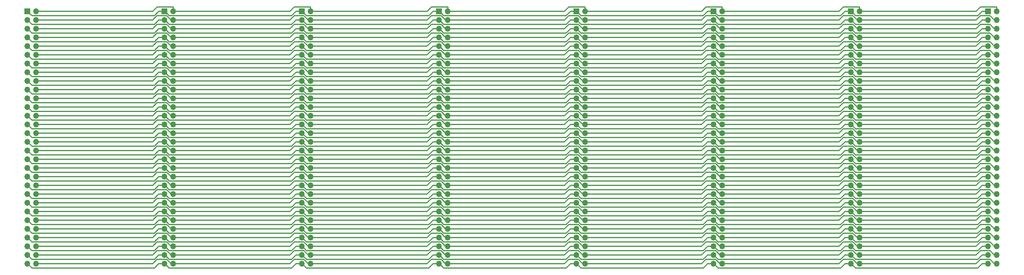
<source format=gbr>
G04 #@! TF.GenerationSoftware,KiCad,Pcbnew,5.1.5+dfsg1-2build2*
G04 #@! TF.CreationDate,2021-02-22T20:55:43+00:00*
G04 #@! TF.ProjectId,backplane,6261636b-706c-4616-9e65-2e6b69636164,rev?*
G04 #@! TF.SameCoordinates,Original*
G04 #@! TF.FileFunction,Copper,L1,Top*
G04 #@! TF.FilePolarity,Positive*
%FSLAX46Y46*%
G04 Gerber Fmt 4.6, Leading zero omitted, Abs format (unit mm)*
G04 Created by KiCad (PCBNEW 5.1.5+dfsg1-2build2) date 2021-02-22 20:55:43*
%MOMM*%
%LPD*%
G04 APERTURE LIST*
%ADD10O,1.700000X1.700000*%
%ADD11R,1.700000X1.700000*%
%ADD12C,0.300000*%
G04 APERTURE END LIST*
D10*
X353540000Y-157660000D03*
X351000000Y-157660000D03*
X353540000Y-155120000D03*
X351000000Y-155120000D03*
X353540000Y-152580000D03*
X351000000Y-152580000D03*
X353540000Y-150040000D03*
X351000000Y-150040000D03*
X353540000Y-147500000D03*
X351000000Y-147500000D03*
X353540000Y-144960000D03*
X351000000Y-144960000D03*
X353540000Y-142420000D03*
X351000000Y-142420000D03*
X353540000Y-139880000D03*
X351000000Y-139880000D03*
X353540000Y-137340000D03*
X351000000Y-137340000D03*
X353540000Y-134800000D03*
X351000000Y-134800000D03*
X353540000Y-132260000D03*
X351000000Y-132260000D03*
X353540000Y-129720000D03*
X351000000Y-129720000D03*
X353540000Y-127180000D03*
X351000000Y-127180000D03*
X353540000Y-124640000D03*
X351000000Y-124640000D03*
X353540000Y-122100000D03*
X351000000Y-122100000D03*
X353540000Y-119560000D03*
X351000000Y-119560000D03*
X353540000Y-117020000D03*
X351000000Y-117020000D03*
X353540000Y-114480000D03*
X351000000Y-114480000D03*
X353540000Y-111940000D03*
X351000000Y-111940000D03*
X353540000Y-109400000D03*
X351000000Y-109400000D03*
X353540000Y-106860000D03*
X351000000Y-106860000D03*
X353540000Y-104320000D03*
X351000000Y-104320000D03*
X353540000Y-101780000D03*
X351000000Y-101780000D03*
X353540000Y-99240000D03*
X351000000Y-99240000D03*
X353540000Y-96700000D03*
X351000000Y-96700000D03*
X353540000Y-94160000D03*
X351000000Y-94160000D03*
X353540000Y-91620000D03*
X351000000Y-91620000D03*
X353540000Y-89080000D03*
X351000000Y-89080000D03*
X353540000Y-86540000D03*
X351000000Y-86540000D03*
X353540000Y-84000000D03*
D11*
X351000000Y-84000000D03*
D10*
X313540000Y-157660000D03*
X311000000Y-157660000D03*
X313540000Y-155120000D03*
X311000000Y-155120000D03*
X313540000Y-152580000D03*
X311000000Y-152580000D03*
X313540000Y-150040000D03*
X311000000Y-150040000D03*
X313540000Y-147500000D03*
X311000000Y-147500000D03*
X313540000Y-144960000D03*
X311000000Y-144960000D03*
X313540000Y-142420000D03*
X311000000Y-142420000D03*
X313540000Y-139880000D03*
X311000000Y-139880000D03*
X313540000Y-137340000D03*
X311000000Y-137340000D03*
X313540000Y-134800000D03*
X311000000Y-134800000D03*
X313540000Y-132260000D03*
X311000000Y-132260000D03*
X313540000Y-129720000D03*
X311000000Y-129720000D03*
X313540000Y-127180000D03*
X311000000Y-127180000D03*
X313540000Y-124640000D03*
X311000000Y-124640000D03*
X313540000Y-122100000D03*
X311000000Y-122100000D03*
X313540000Y-119560000D03*
X311000000Y-119560000D03*
X313540000Y-117020000D03*
X311000000Y-117020000D03*
X313540000Y-114480000D03*
X311000000Y-114480000D03*
X313540000Y-111940000D03*
X311000000Y-111940000D03*
X313540000Y-109400000D03*
X311000000Y-109400000D03*
X313540000Y-106860000D03*
X311000000Y-106860000D03*
X313540000Y-104320000D03*
X311000000Y-104320000D03*
X313540000Y-101780000D03*
X311000000Y-101780000D03*
X313540000Y-99240000D03*
X311000000Y-99240000D03*
X313540000Y-96700000D03*
X311000000Y-96700000D03*
X313540000Y-94160000D03*
X311000000Y-94160000D03*
X313540000Y-91620000D03*
X311000000Y-91620000D03*
X313540000Y-89080000D03*
X311000000Y-89080000D03*
X313540000Y-86540000D03*
X311000000Y-86540000D03*
X313540000Y-84000000D03*
D11*
X311000000Y-84000000D03*
D10*
X273540000Y-157660000D03*
X271000000Y-157660000D03*
X273540000Y-155120000D03*
X271000000Y-155120000D03*
X273540000Y-152580000D03*
X271000000Y-152580000D03*
X273540000Y-150040000D03*
X271000000Y-150040000D03*
X273540000Y-147500000D03*
X271000000Y-147500000D03*
X273540000Y-144960000D03*
X271000000Y-144960000D03*
X273540000Y-142420000D03*
X271000000Y-142420000D03*
X273540000Y-139880000D03*
X271000000Y-139880000D03*
X273540000Y-137340000D03*
X271000000Y-137340000D03*
X273540000Y-134800000D03*
X271000000Y-134800000D03*
X273540000Y-132260000D03*
X271000000Y-132260000D03*
X273540000Y-129720000D03*
X271000000Y-129720000D03*
X273540000Y-127180000D03*
X271000000Y-127180000D03*
X273540000Y-124640000D03*
X271000000Y-124640000D03*
X273540000Y-122100000D03*
X271000000Y-122100000D03*
X273540000Y-119560000D03*
X271000000Y-119560000D03*
X273540000Y-117020000D03*
X271000000Y-117020000D03*
X273540000Y-114480000D03*
X271000000Y-114480000D03*
X273540000Y-111940000D03*
X271000000Y-111940000D03*
X273540000Y-109400000D03*
X271000000Y-109400000D03*
X273540000Y-106860000D03*
X271000000Y-106860000D03*
X273540000Y-104320000D03*
X271000000Y-104320000D03*
X273540000Y-101780000D03*
X271000000Y-101780000D03*
X273540000Y-99240000D03*
X271000000Y-99240000D03*
X273540000Y-96700000D03*
X271000000Y-96700000D03*
X273540000Y-94160000D03*
X271000000Y-94160000D03*
X273540000Y-91620000D03*
X271000000Y-91620000D03*
X273540000Y-89080000D03*
X271000000Y-89080000D03*
X273540000Y-86540000D03*
X271000000Y-86540000D03*
X273540000Y-84000000D03*
D11*
X271000000Y-84000000D03*
D10*
X233540000Y-157660000D03*
X231000000Y-157660000D03*
X233540000Y-155120000D03*
X231000000Y-155120000D03*
X233540000Y-152580000D03*
X231000000Y-152580000D03*
X233540000Y-150040000D03*
X231000000Y-150040000D03*
X233540000Y-147500000D03*
X231000000Y-147500000D03*
X233540000Y-144960000D03*
X231000000Y-144960000D03*
X233540000Y-142420000D03*
X231000000Y-142420000D03*
X233540000Y-139880000D03*
X231000000Y-139880000D03*
X233540000Y-137340000D03*
X231000000Y-137340000D03*
X233540000Y-134800000D03*
X231000000Y-134800000D03*
X233540000Y-132260000D03*
X231000000Y-132260000D03*
X233540000Y-129720000D03*
X231000000Y-129720000D03*
X233540000Y-127180000D03*
X231000000Y-127180000D03*
X233540000Y-124640000D03*
X231000000Y-124640000D03*
X233540000Y-122100000D03*
X231000000Y-122100000D03*
X233540000Y-119560000D03*
X231000000Y-119560000D03*
X233540000Y-117020000D03*
X231000000Y-117020000D03*
X233540000Y-114480000D03*
X231000000Y-114480000D03*
X233540000Y-111940000D03*
X231000000Y-111940000D03*
X233540000Y-109400000D03*
X231000000Y-109400000D03*
X233540000Y-106860000D03*
X231000000Y-106860000D03*
X233540000Y-104320000D03*
X231000000Y-104320000D03*
X233540000Y-101780000D03*
X231000000Y-101780000D03*
X233540000Y-99240000D03*
X231000000Y-99240000D03*
X233540000Y-96700000D03*
X231000000Y-96700000D03*
X233540000Y-94160000D03*
X231000000Y-94160000D03*
X233540000Y-91620000D03*
X231000000Y-91620000D03*
X233540000Y-89080000D03*
X231000000Y-89080000D03*
X233540000Y-86540000D03*
X231000000Y-86540000D03*
X233540000Y-84000000D03*
D11*
X231000000Y-84000000D03*
D10*
X193540000Y-157660000D03*
X191000000Y-157660000D03*
X193540000Y-155120000D03*
X191000000Y-155120000D03*
X193540000Y-152580000D03*
X191000000Y-152580000D03*
X193540000Y-150040000D03*
X191000000Y-150040000D03*
X193540000Y-147500000D03*
X191000000Y-147500000D03*
X193540000Y-144960000D03*
X191000000Y-144960000D03*
X193540000Y-142420000D03*
X191000000Y-142420000D03*
X193540000Y-139880000D03*
X191000000Y-139880000D03*
X193540000Y-137340000D03*
X191000000Y-137340000D03*
X193540000Y-134800000D03*
X191000000Y-134800000D03*
X193540000Y-132260000D03*
X191000000Y-132260000D03*
X193540000Y-129720000D03*
X191000000Y-129720000D03*
X193540000Y-127180000D03*
X191000000Y-127180000D03*
X193540000Y-124640000D03*
X191000000Y-124640000D03*
X193540000Y-122100000D03*
X191000000Y-122100000D03*
X193540000Y-119560000D03*
X191000000Y-119560000D03*
X193540000Y-117020000D03*
X191000000Y-117020000D03*
X193540000Y-114480000D03*
X191000000Y-114480000D03*
X193540000Y-111940000D03*
X191000000Y-111940000D03*
X193540000Y-109400000D03*
X191000000Y-109400000D03*
X193540000Y-106860000D03*
X191000000Y-106860000D03*
X193540000Y-104320000D03*
X191000000Y-104320000D03*
X193540000Y-101780000D03*
X191000000Y-101780000D03*
X193540000Y-99240000D03*
X191000000Y-99240000D03*
X193540000Y-96700000D03*
X191000000Y-96700000D03*
X193540000Y-94160000D03*
X191000000Y-94160000D03*
X193540000Y-91620000D03*
X191000000Y-91620000D03*
X193540000Y-89080000D03*
X191000000Y-89080000D03*
X193540000Y-86540000D03*
X191000000Y-86540000D03*
X193540000Y-84000000D03*
D11*
X191000000Y-84000000D03*
D10*
X153540000Y-157660000D03*
X151000000Y-157660000D03*
X153540000Y-155120000D03*
X151000000Y-155120000D03*
X153540000Y-152580000D03*
X151000000Y-152580000D03*
X153540000Y-150040000D03*
X151000000Y-150040000D03*
X153540000Y-147500000D03*
X151000000Y-147500000D03*
X153540000Y-144960000D03*
X151000000Y-144960000D03*
X153540000Y-142420000D03*
X151000000Y-142420000D03*
X153540000Y-139880000D03*
X151000000Y-139880000D03*
X153540000Y-137340000D03*
X151000000Y-137340000D03*
X153540000Y-134800000D03*
X151000000Y-134800000D03*
X153540000Y-132260000D03*
X151000000Y-132260000D03*
X153540000Y-129720000D03*
X151000000Y-129720000D03*
X153540000Y-127180000D03*
X151000000Y-127180000D03*
X153540000Y-124640000D03*
X151000000Y-124640000D03*
X153540000Y-122100000D03*
X151000000Y-122100000D03*
X153540000Y-119560000D03*
X151000000Y-119560000D03*
X153540000Y-117020000D03*
X151000000Y-117020000D03*
X153540000Y-114480000D03*
X151000000Y-114480000D03*
X153540000Y-111940000D03*
X151000000Y-111940000D03*
X153540000Y-109400000D03*
X151000000Y-109400000D03*
X153540000Y-106860000D03*
X151000000Y-106860000D03*
X153540000Y-104320000D03*
X151000000Y-104320000D03*
X153540000Y-101780000D03*
X151000000Y-101780000D03*
X153540000Y-99240000D03*
X151000000Y-99240000D03*
X153540000Y-96700000D03*
X151000000Y-96700000D03*
X153540000Y-94160000D03*
X151000000Y-94160000D03*
X153540000Y-91620000D03*
X151000000Y-91620000D03*
X153540000Y-89080000D03*
X151000000Y-89080000D03*
X153540000Y-86540000D03*
X151000000Y-86540000D03*
X153540000Y-84000000D03*
D11*
X151000000Y-84000000D03*
D10*
X113540000Y-157660000D03*
X111000000Y-157660000D03*
X113540000Y-155120000D03*
X111000000Y-155120000D03*
X113540000Y-152580000D03*
X111000000Y-152580000D03*
X113540000Y-150040000D03*
X111000000Y-150040000D03*
X113540000Y-147500000D03*
X111000000Y-147500000D03*
X113540000Y-144960000D03*
X111000000Y-144960000D03*
X113540000Y-142420000D03*
X111000000Y-142420000D03*
X113540000Y-139880000D03*
X111000000Y-139880000D03*
X113540000Y-137340000D03*
X111000000Y-137340000D03*
X113540000Y-134800000D03*
X111000000Y-134800000D03*
X113540000Y-132260000D03*
X111000000Y-132260000D03*
X113540000Y-129720000D03*
X111000000Y-129720000D03*
X113540000Y-127180000D03*
X111000000Y-127180000D03*
X113540000Y-124640000D03*
X111000000Y-124640000D03*
X113540000Y-122100000D03*
X111000000Y-122100000D03*
X113540000Y-119560000D03*
X111000000Y-119560000D03*
X113540000Y-117020000D03*
X111000000Y-117020000D03*
X113540000Y-114480000D03*
X111000000Y-114480000D03*
X113540000Y-111940000D03*
X111000000Y-111940000D03*
X113540000Y-109400000D03*
X111000000Y-109400000D03*
X113540000Y-106860000D03*
X111000000Y-106860000D03*
X113540000Y-104320000D03*
X111000000Y-104320000D03*
X113540000Y-101780000D03*
X111000000Y-101780000D03*
X113540000Y-99240000D03*
X111000000Y-99240000D03*
X113540000Y-96700000D03*
X111000000Y-96700000D03*
X113540000Y-94160000D03*
X111000000Y-94160000D03*
X113540000Y-91620000D03*
X111000000Y-91620000D03*
X113540000Y-89080000D03*
X111000000Y-89080000D03*
X113540000Y-86540000D03*
X111000000Y-86540000D03*
X113540000Y-84000000D03*
D11*
X111000000Y-84000000D03*
D10*
X73540000Y-157660000D03*
X71000000Y-157660000D03*
X73540000Y-155120000D03*
X71000000Y-155120000D03*
X73540000Y-152580000D03*
X71000000Y-152580000D03*
X73540000Y-150040000D03*
X71000000Y-150040000D03*
X73540000Y-147500000D03*
X71000000Y-147500000D03*
X73540000Y-144960000D03*
X71000000Y-144960000D03*
X73540000Y-142420000D03*
X71000000Y-142420000D03*
X73540000Y-139880000D03*
X71000000Y-139880000D03*
X73540000Y-137340000D03*
X71000000Y-137340000D03*
X73540000Y-134800000D03*
X71000000Y-134800000D03*
X73540000Y-132260000D03*
X71000000Y-132260000D03*
X73540000Y-129720000D03*
X71000000Y-129720000D03*
X73540000Y-127180000D03*
X71000000Y-127180000D03*
X73540000Y-124640000D03*
X71000000Y-124640000D03*
X73540000Y-122100000D03*
X71000000Y-122100000D03*
X73540000Y-119560000D03*
X71000000Y-119560000D03*
X73540000Y-117020000D03*
X71000000Y-117020000D03*
X73540000Y-114480000D03*
X71000000Y-114480000D03*
X73540000Y-111940000D03*
X71000000Y-111940000D03*
X73540000Y-109400000D03*
X71000000Y-109400000D03*
X73540000Y-106860000D03*
X71000000Y-106860000D03*
X73540000Y-104320000D03*
X71000000Y-104320000D03*
X73540000Y-101780000D03*
X71000000Y-101780000D03*
X73540000Y-99240000D03*
X71000000Y-99240000D03*
X73540000Y-96700000D03*
X71000000Y-96700000D03*
X73540000Y-94160000D03*
X71000000Y-94160000D03*
X73540000Y-91620000D03*
X71000000Y-91620000D03*
X73540000Y-89080000D03*
X71000000Y-89080000D03*
X73540000Y-86540000D03*
X71000000Y-86540000D03*
X73540000Y-84000000D03*
D11*
X71000000Y-84000000D03*
D12*
X109303168Y-157660000D02*
X108053167Y-158910001D01*
X192358835Y-158910001D02*
X191108834Y-157660000D01*
X191021000Y-157660000D02*
X189303168Y-157660000D01*
X191108834Y-157660000D02*
X191021000Y-157660000D01*
X111021000Y-157660000D02*
X109303168Y-157660000D01*
X188053167Y-158910001D02*
X152358835Y-158910001D01*
X189303168Y-157660000D02*
X188053167Y-158910001D01*
X152358835Y-158910001D02*
X151108834Y-157660000D01*
X148053167Y-158910001D02*
X112358835Y-158910001D01*
X351021000Y-157660000D02*
X349303168Y-157660000D01*
X151108834Y-157660000D02*
X151021000Y-157660000D01*
X108053167Y-158910001D02*
X72358835Y-158910001D01*
X271021000Y-157660000D02*
X269303168Y-157660000D01*
X268053167Y-158910001D02*
X232358835Y-158910001D01*
X231108834Y-157660000D02*
X231021000Y-157660000D01*
X269303168Y-157660000D02*
X268053167Y-158910001D01*
X232358835Y-158910001D02*
X231108834Y-157660000D01*
X231021000Y-157660000D02*
X229303168Y-157660000D01*
X348053167Y-158910001D02*
X312358835Y-158910001D01*
X311108834Y-157660000D02*
X311021000Y-157660000D01*
X349303168Y-157660000D02*
X348053167Y-158910001D01*
X312358835Y-158910001D02*
X311108834Y-157660000D01*
X308053167Y-158910001D02*
X272358835Y-158910001D01*
X311021000Y-157660000D02*
X309303168Y-157660000D01*
X271108834Y-157660000D02*
X271021000Y-157660000D01*
X309303168Y-157660000D02*
X308053167Y-158910001D01*
X272358835Y-158910001D02*
X271108834Y-157660000D01*
X229303168Y-157660000D02*
X228053167Y-158910001D01*
X228053167Y-158910001D02*
X192358835Y-158910001D01*
X149303168Y-157660000D02*
X148053167Y-158910001D01*
X72358835Y-158910001D02*
X71108834Y-157660000D01*
X112358835Y-158910001D02*
X111108834Y-157660000D01*
X71108834Y-157660000D02*
X71021000Y-157660000D01*
X151021000Y-157660000D02*
X149303168Y-157660000D01*
X111108834Y-157660000D02*
X111021000Y-157660000D01*
X187541000Y-157660000D02*
X153561000Y-157660000D01*
X348791001Y-156409999D02*
X347541000Y-157660000D01*
X308791001Y-156409999D02*
X307541000Y-157660000D01*
X312871002Y-157660000D02*
X311621001Y-156409999D01*
X307541000Y-157660000D02*
X273561000Y-157660000D01*
X311621001Y-156409999D02*
X308791001Y-156409999D01*
X313561000Y-157660000D02*
X312871002Y-157660000D01*
X111621001Y-156409999D02*
X108791001Y-156409999D01*
X107541000Y-157660000D02*
X73561000Y-157660000D01*
X112871002Y-157660000D02*
X111621001Y-156409999D01*
X113561000Y-157660000D02*
X112871002Y-157660000D01*
X108791001Y-156409999D02*
X107541000Y-157660000D01*
X151621001Y-156409999D02*
X148791001Y-156409999D01*
X147541000Y-157660000D02*
X113561000Y-157660000D01*
X152871002Y-157660000D02*
X151621001Y-156409999D01*
X153561000Y-157660000D02*
X152871002Y-157660000D01*
X148791001Y-156409999D02*
X147541000Y-157660000D01*
X191621001Y-156409999D02*
X188791001Y-156409999D01*
X228791001Y-156409999D02*
X227541000Y-157660000D01*
X271621001Y-156409999D02*
X268791001Y-156409999D01*
X267541000Y-157660000D02*
X233561000Y-157660000D01*
X272871002Y-157660000D02*
X271621001Y-156409999D01*
X273561000Y-157660000D02*
X272871002Y-157660000D01*
X268791001Y-156409999D02*
X267541000Y-157660000D01*
X351621001Y-156409999D02*
X348791001Y-156409999D01*
X347541000Y-157660000D02*
X313561000Y-157660000D01*
X352871002Y-157660000D02*
X351621001Y-156409999D01*
X192871002Y-157660000D02*
X191621001Y-156409999D01*
X193561000Y-157660000D02*
X192871002Y-157660000D01*
X188791001Y-156409999D02*
X187541000Y-157660000D01*
X231621001Y-156409999D02*
X228791001Y-156409999D01*
X227541000Y-157660000D02*
X193561000Y-157660000D01*
X232871002Y-157660000D02*
X231621001Y-156409999D01*
X353561000Y-157660000D02*
X352871002Y-157660000D01*
X233561000Y-157660000D02*
X232871002Y-157660000D01*
X152358835Y-156370001D02*
X151108834Y-155120000D01*
X71108834Y-155120000D02*
X71021000Y-155120000D01*
X72358835Y-156370001D02*
X71108834Y-155120000D01*
X111021000Y-155120000D02*
X109303168Y-155120000D01*
X109303168Y-155120000D02*
X108053167Y-156370001D01*
X108053167Y-156370001D02*
X72358835Y-156370001D01*
X111108834Y-155120000D02*
X111021000Y-155120000D01*
X112358835Y-156370001D02*
X111108834Y-155120000D01*
X151021000Y-155120000D02*
X149303168Y-155120000D01*
X149303168Y-155120000D02*
X148053167Y-156370001D01*
X148053167Y-156370001D02*
X112358835Y-156370001D01*
X151108834Y-155120000D02*
X151021000Y-155120000D01*
X191021000Y-155120000D02*
X189303168Y-155120000D01*
X189303168Y-155120000D02*
X188053167Y-156370001D01*
X188053167Y-156370001D02*
X152358835Y-156370001D01*
X191108834Y-155120000D02*
X191021000Y-155120000D01*
X192358835Y-156370001D02*
X191108834Y-155120000D01*
X231021000Y-155120000D02*
X229303168Y-155120000D01*
X229303168Y-155120000D02*
X228053167Y-156370001D01*
X228053167Y-156370001D02*
X192358835Y-156370001D01*
X231108834Y-155120000D02*
X231021000Y-155120000D01*
X232358835Y-156370001D02*
X231108834Y-155120000D01*
X271021000Y-155120000D02*
X269303168Y-155120000D01*
X269303168Y-155120000D02*
X268053167Y-156370001D01*
X268053167Y-156370001D02*
X232358835Y-156370001D01*
X311108834Y-155120000D02*
X311021000Y-155120000D01*
X312358835Y-156370001D02*
X311108834Y-155120000D01*
X351021000Y-155120000D02*
X349303168Y-155120000D01*
X349303168Y-155120000D02*
X348053167Y-156370001D01*
X348053167Y-156370001D02*
X312358835Y-156370001D01*
X308053167Y-156370001D02*
X272358835Y-156370001D01*
X311021000Y-155120000D02*
X309303168Y-155120000D01*
X271108834Y-155120000D02*
X271021000Y-155120000D01*
X309303168Y-155120000D02*
X308053167Y-156370001D01*
X272358835Y-156370001D02*
X271108834Y-155120000D01*
X147541000Y-155120000D02*
X113561000Y-155120000D01*
X153561000Y-155120000D02*
X152871002Y-155120000D01*
X152871002Y-155120000D02*
X151621001Y-153869999D01*
X191621001Y-153869999D02*
X188791001Y-153869999D01*
X188791001Y-153869999D02*
X187541000Y-155120000D01*
X187541000Y-155120000D02*
X153561000Y-155120000D01*
X193561000Y-155120000D02*
X192871002Y-155120000D01*
X192871002Y-155120000D02*
X191621001Y-153869999D01*
X231621001Y-153869999D02*
X228791001Y-153869999D01*
X228791001Y-153869999D02*
X227541000Y-155120000D01*
X227541000Y-155120000D02*
X193561000Y-155120000D01*
X233561000Y-155120000D02*
X232871002Y-155120000D01*
X232871002Y-155120000D02*
X231621001Y-153869999D01*
X271621001Y-153869999D02*
X268791001Y-153869999D01*
X268791001Y-153869999D02*
X267541000Y-155120000D01*
X267541000Y-155120000D02*
X233561000Y-155120000D01*
X273561000Y-155120000D02*
X272871002Y-155120000D01*
X272871002Y-155120000D02*
X271621001Y-153869999D01*
X351621001Y-153869999D02*
X348791001Y-153869999D01*
X348791001Y-153869999D02*
X347541000Y-155120000D01*
X347541000Y-155120000D02*
X313561000Y-155120000D01*
X353561000Y-155120000D02*
X352871002Y-155120000D01*
X352871002Y-155120000D02*
X351621001Y-153869999D01*
X308791001Y-153869999D02*
X307541000Y-155120000D01*
X312871002Y-155120000D02*
X311621001Y-153869999D01*
X307541000Y-155120000D02*
X273561000Y-155120000D01*
X311621001Y-153869999D02*
X308791001Y-153869999D01*
X313561000Y-155120000D02*
X312871002Y-155120000D01*
X111621001Y-153869999D02*
X108791001Y-153869999D01*
X108791001Y-153869999D02*
X107541000Y-155120000D01*
X107541000Y-155120000D02*
X73561000Y-155120000D01*
X113561000Y-155120000D02*
X112871002Y-155120000D01*
X112871002Y-155120000D02*
X111621001Y-153869999D01*
X151621001Y-153869999D02*
X148791001Y-153869999D01*
X148791001Y-153869999D02*
X147541000Y-155120000D01*
X148053167Y-153830001D02*
X112358835Y-153830001D01*
X112358835Y-153830001D02*
X111108834Y-152580000D01*
X149303168Y-152580000D02*
X148053167Y-153830001D01*
X151021000Y-152580000D02*
X149303168Y-152580000D01*
X111108834Y-152580000D02*
X111021000Y-152580000D01*
X188053167Y-153830001D02*
X152358835Y-153830001D01*
X152358835Y-153830001D02*
X151108834Y-152580000D01*
X189303168Y-152580000D02*
X188053167Y-153830001D01*
X191021000Y-152580000D02*
X189303168Y-152580000D01*
X151108834Y-152580000D02*
X151021000Y-152580000D01*
X228053167Y-153830001D02*
X192358835Y-153830001D01*
X192358835Y-153830001D02*
X191108834Y-152580000D01*
X229303168Y-152580000D02*
X228053167Y-153830001D01*
X231021000Y-152580000D02*
X229303168Y-152580000D01*
X191108834Y-152580000D02*
X191021000Y-152580000D01*
X268053167Y-153830001D02*
X232358835Y-153830001D01*
X232358835Y-153830001D02*
X231108834Y-152580000D01*
X269303168Y-152580000D02*
X268053167Y-153830001D01*
X271021000Y-152580000D02*
X269303168Y-152580000D01*
X231108834Y-152580000D02*
X231021000Y-152580000D01*
X348053167Y-153830001D02*
X312358835Y-153830001D01*
X312358835Y-153830001D02*
X311108834Y-152580000D01*
X349303168Y-152580000D02*
X348053167Y-153830001D01*
X351021000Y-152580000D02*
X349303168Y-152580000D01*
X311108834Y-152580000D02*
X311021000Y-152580000D01*
X308053167Y-153830001D02*
X272358835Y-153830001D01*
X311021000Y-152580000D02*
X309303168Y-152580000D01*
X271108834Y-152580000D02*
X271021000Y-152580000D01*
X309303168Y-152580000D02*
X308053167Y-153830001D01*
X272358835Y-153830001D02*
X271108834Y-152580000D01*
X108053167Y-153830001D02*
X72358835Y-153830001D01*
X72358835Y-153830001D02*
X71108834Y-152580000D01*
X109303168Y-152580000D02*
X108053167Y-153830001D01*
X111021000Y-152580000D02*
X109303168Y-152580000D01*
X71108834Y-152580000D02*
X71021000Y-152580000D01*
X113561000Y-152580000D02*
X112871002Y-152580000D01*
X111621001Y-151329999D02*
X108791001Y-151329999D01*
X107541000Y-152580000D02*
X73561000Y-152580000D01*
X108791001Y-151329999D02*
X107541000Y-152580000D01*
X112871002Y-152580000D02*
X111621001Y-151329999D01*
X153561000Y-152580000D02*
X152871002Y-152580000D01*
X151621001Y-151329999D02*
X148791001Y-151329999D01*
X147541000Y-152580000D02*
X113561000Y-152580000D01*
X148791001Y-151329999D02*
X147541000Y-152580000D01*
X152871002Y-152580000D02*
X151621001Y-151329999D01*
X193561000Y-152580000D02*
X192871002Y-152580000D01*
X191621001Y-151329999D02*
X188791001Y-151329999D01*
X187541000Y-152580000D02*
X153561000Y-152580000D01*
X188791001Y-151329999D02*
X187541000Y-152580000D01*
X192871002Y-152580000D02*
X191621001Y-151329999D01*
X233561000Y-152580000D02*
X232871002Y-152580000D01*
X231621001Y-151329999D02*
X228791001Y-151329999D01*
X227541000Y-152580000D02*
X193561000Y-152580000D01*
X228791001Y-151329999D02*
X227541000Y-152580000D01*
X232871002Y-152580000D02*
X231621001Y-151329999D01*
X273561000Y-152580000D02*
X272871002Y-152580000D01*
X271621001Y-151329999D02*
X268791001Y-151329999D01*
X267541000Y-152580000D02*
X233561000Y-152580000D01*
X268791001Y-151329999D02*
X267541000Y-152580000D01*
X272871002Y-152580000D02*
X271621001Y-151329999D01*
X353561000Y-152580000D02*
X352871002Y-152580000D01*
X351621001Y-151329999D02*
X348791001Y-151329999D01*
X347541000Y-152580000D02*
X313561000Y-152580000D01*
X348791001Y-151329999D02*
X347541000Y-152580000D01*
X352871002Y-152580000D02*
X351621001Y-151329999D01*
X308791001Y-151329999D02*
X307541000Y-152580000D01*
X312871002Y-152580000D02*
X311621001Y-151329999D01*
X307541000Y-152580000D02*
X273561000Y-152580000D01*
X311621001Y-151329999D02*
X308791001Y-151329999D01*
X313561000Y-152580000D02*
X312871002Y-152580000D01*
X111021000Y-150040000D02*
X109303168Y-150040000D01*
X109303168Y-150040000D02*
X108053167Y-151290001D01*
X71108834Y-150040000D02*
X71021000Y-150040000D01*
X72358835Y-151290001D02*
X71108834Y-150040000D01*
X108053167Y-151290001D02*
X72358835Y-151290001D01*
X151021000Y-150040000D02*
X149303168Y-150040000D01*
X149303168Y-150040000D02*
X148053167Y-151290001D01*
X111108834Y-150040000D02*
X111021000Y-150040000D01*
X112358835Y-151290001D02*
X111108834Y-150040000D01*
X148053167Y-151290001D02*
X112358835Y-151290001D01*
X191021000Y-150040000D02*
X189303168Y-150040000D01*
X189303168Y-150040000D02*
X188053167Y-151290001D01*
X151108834Y-150040000D02*
X151021000Y-150040000D01*
X152358835Y-151290001D02*
X151108834Y-150040000D01*
X188053167Y-151290001D02*
X152358835Y-151290001D01*
X231021000Y-150040000D02*
X229303168Y-150040000D01*
X229303168Y-150040000D02*
X228053167Y-151290001D01*
X191108834Y-150040000D02*
X191021000Y-150040000D01*
X192358835Y-151290001D02*
X191108834Y-150040000D01*
X228053167Y-151290001D02*
X192358835Y-151290001D01*
X271021000Y-150040000D02*
X269303168Y-150040000D01*
X269303168Y-150040000D02*
X268053167Y-151290001D01*
X231108834Y-150040000D02*
X231021000Y-150040000D01*
X232358835Y-151290001D02*
X231108834Y-150040000D01*
X268053167Y-151290001D02*
X232358835Y-151290001D01*
X351021000Y-150040000D02*
X349303168Y-150040000D01*
X349303168Y-150040000D02*
X348053167Y-151290001D01*
X311108834Y-150040000D02*
X311021000Y-150040000D01*
X312358835Y-151290001D02*
X311108834Y-150040000D01*
X348053167Y-151290001D02*
X312358835Y-151290001D01*
X308053167Y-151290001D02*
X272358835Y-151290001D01*
X311021000Y-150040000D02*
X309303168Y-150040000D01*
X271108834Y-150040000D02*
X271021000Y-150040000D01*
X309303168Y-150040000D02*
X308053167Y-151290001D01*
X272358835Y-151290001D02*
X271108834Y-150040000D01*
X112871002Y-150040000D02*
X111621001Y-148789999D01*
X108791001Y-148789999D02*
X107541000Y-150040000D01*
X111621001Y-148789999D02*
X108791001Y-148789999D01*
X113561000Y-150040000D02*
X112871002Y-150040000D01*
X107541000Y-150040000D02*
X73561000Y-150040000D01*
X148791001Y-148789999D02*
X147541000Y-150040000D01*
X152871002Y-150040000D02*
X151621001Y-148789999D01*
X151621001Y-148789999D02*
X148791001Y-148789999D01*
X153561000Y-150040000D02*
X152871002Y-150040000D01*
X147541000Y-150040000D02*
X113561000Y-150040000D01*
X188791001Y-148789999D02*
X187541000Y-150040000D01*
X192871002Y-150040000D02*
X191621001Y-148789999D01*
X191621001Y-148789999D02*
X188791001Y-148789999D01*
X193561000Y-150040000D02*
X192871002Y-150040000D01*
X187541000Y-150040000D02*
X153561000Y-150040000D01*
X228791001Y-148789999D02*
X227541000Y-150040000D01*
X232871002Y-150040000D02*
X231621001Y-148789999D01*
X231621001Y-148789999D02*
X228791001Y-148789999D01*
X233561000Y-150040000D02*
X232871002Y-150040000D01*
X227541000Y-150040000D02*
X193561000Y-150040000D01*
X268791001Y-148789999D02*
X267541000Y-150040000D01*
X272871002Y-150040000D02*
X271621001Y-148789999D01*
X271621001Y-148789999D02*
X268791001Y-148789999D01*
X273561000Y-150040000D02*
X272871002Y-150040000D01*
X267541000Y-150040000D02*
X233561000Y-150040000D01*
X348791001Y-148789999D02*
X347541000Y-150040000D01*
X352871002Y-150040000D02*
X351621001Y-148789999D01*
X351621001Y-148789999D02*
X348791001Y-148789999D01*
X353561000Y-150040000D02*
X352871002Y-150040000D01*
X347541000Y-150040000D02*
X313561000Y-150040000D01*
X308791001Y-148789999D02*
X307541000Y-150040000D01*
X312871002Y-150040000D02*
X311621001Y-148789999D01*
X307541000Y-150040000D02*
X273561000Y-150040000D01*
X311621001Y-148789999D02*
X308791001Y-148789999D01*
X313561000Y-150040000D02*
X312871002Y-150040000D01*
X71108834Y-147500000D02*
X71021000Y-147500000D01*
X108053167Y-148750001D02*
X72358835Y-148750001D01*
X72358835Y-148750001D02*
X71108834Y-147500000D01*
X111021000Y-147500000D02*
X109303168Y-147500000D01*
X149303168Y-147500000D02*
X148053167Y-148750001D01*
X111108834Y-147500000D02*
X111021000Y-147500000D01*
X148053167Y-148750001D02*
X112358835Y-148750001D01*
X112358835Y-148750001D02*
X111108834Y-147500000D01*
X151021000Y-147500000D02*
X149303168Y-147500000D01*
X189303168Y-147500000D02*
X188053167Y-148750001D01*
X151108834Y-147500000D02*
X151021000Y-147500000D01*
X188053167Y-148750001D02*
X152358835Y-148750001D01*
X152358835Y-148750001D02*
X151108834Y-147500000D01*
X191021000Y-147500000D02*
X189303168Y-147500000D01*
X229303168Y-147500000D02*
X228053167Y-148750001D01*
X191108834Y-147500000D02*
X191021000Y-147500000D01*
X228053167Y-148750001D02*
X192358835Y-148750001D01*
X192358835Y-148750001D02*
X191108834Y-147500000D01*
X231021000Y-147500000D02*
X229303168Y-147500000D01*
X269303168Y-147500000D02*
X268053167Y-148750001D01*
X231108834Y-147500000D02*
X231021000Y-147500000D01*
X268053167Y-148750001D02*
X232358835Y-148750001D01*
X232358835Y-148750001D02*
X231108834Y-147500000D01*
X271021000Y-147500000D02*
X269303168Y-147500000D01*
X349303168Y-147500000D02*
X348053167Y-148750001D01*
X311108834Y-147500000D02*
X311021000Y-147500000D01*
X348053167Y-148750001D02*
X312358835Y-148750001D01*
X312358835Y-148750001D02*
X311108834Y-147500000D01*
X351021000Y-147500000D02*
X349303168Y-147500000D01*
X308053167Y-148750001D02*
X272358835Y-148750001D01*
X311021000Y-147500000D02*
X309303168Y-147500000D01*
X271108834Y-147500000D02*
X271021000Y-147500000D01*
X309303168Y-147500000D02*
X308053167Y-148750001D01*
X272358835Y-148750001D02*
X271108834Y-147500000D01*
X109303168Y-147500000D02*
X108053167Y-148750001D01*
X112871002Y-147500000D02*
X111621001Y-146249999D01*
X111621001Y-146249999D02*
X108791001Y-146249999D01*
X113561000Y-147500000D02*
X112871002Y-147500000D01*
X108791001Y-146249999D02*
X107541000Y-147500000D01*
X107541000Y-147500000D02*
X73561000Y-147500000D01*
X152871002Y-147500000D02*
X151621001Y-146249999D01*
X151621001Y-146249999D02*
X148791001Y-146249999D01*
X153561000Y-147500000D02*
X152871002Y-147500000D01*
X148791001Y-146249999D02*
X147541000Y-147500000D01*
X147541000Y-147500000D02*
X113561000Y-147500000D01*
X192871002Y-147500000D02*
X191621001Y-146249999D01*
X191621001Y-146249999D02*
X188791001Y-146249999D01*
X193561000Y-147500000D02*
X192871002Y-147500000D01*
X188791001Y-146249999D02*
X187541000Y-147500000D01*
X187541000Y-147500000D02*
X153561000Y-147500000D01*
X232871002Y-147500000D02*
X231621001Y-146249999D01*
X231621001Y-146249999D02*
X228791001Y-146249999D01*
X233561000Y-147500000D02*
X232871002Y-147500000D01*
X228791001Y-146249999D02*
X227541000Y-147500000D01*
X227541000Y-147500000D02*
X193561000Y-147500000D01*
X272871002Y-147500000D02*
X271621001Y-146249999D01*
X271621001Y-146249999D02*
X268791001Y-146249999D01*
X273561000Y-147500000D02*
X272871002Y-147500000D01*
X268791001Y-146249999D02*
X267541000Y-147500000D01*
X267541000Y-147500000D02*
X233561000Y-147500000D01*
X352871002Y-147500000D02*
X351621001Y-146249999D01*
X351621001Y-146249999D02*
X348791001Y-146249999D01*
X353561000Y-147500000D02*
X352871002Y-147500000D01*
X348791001Y-146249999D02*
X347541000Y-147500000D01*
X347541000Y-147500000D02*
X313561000Y-147500000D01*
X308791001Y-146249999D02*
X307541000Y-147500000D01*
X312871002Y-147500000D02*
X311621001Y-146249999D01*
X307541000Y-147500000D02*
X273561000Y-147500000D01*
X311621001Y-146249999D02*
X308791001Y-146249999D01*
X313561000Y-147500000D02*
X312871002Y-147500000D01*
X272358835Y-146210001D02*
X271108834Y-144960000D01*
X72358835Y-146210001D02*
X71108834Y-144960000D01*
X71108834Y-144960000D02*
X71021000Y-144960000D01*
X109303168Y-144960000D02*
X108053167Y-146210001D01*
X108053167Y-146210001D02*
X72358835Y-146210001D01*
X111021000Y-144960000D02*
X109303168Y-144960000D01*
X112358835Y-146210001D02*
X111108834Y-144960000D01*
X111108834Y-144960000D02*
X111021000Y-144960000D01*
X149303168Y-144960000D02*
X148053167Y-146210001D01*
X148053167Y-146210001D02*
X112358835Y-146210001D01*
X151021000Y-144960000D02*
X149303168Y-144960000D01*
X152358835Y-146210001D02*
X151108834Y-144960000D01*
X151108834Y-144960000D02*
X151021000Y-144960000D01*
X189303168Y-144960000D02*
X188053167Y-146210001D01*
X188053167Y-146210001D02*
X152358835Y-146210001D01*
X191021000Y-144960000D02*
X189303168Y-144960000D01*
X192358835Y-146210001D02*
X191108834Y-144960000D01*
X191108834Y-144960000D02*
X191021000Y-144960000D01*
X229303168Y-144960000D02*
X228053167Y-146210001D01*
X228053167Y-146210001D02*
X192358835Y-146210001D01*
X231021000Y-144960000D02*
X229303168Y-144960000D01*
X232358835Y-146210001D02*
X231108834Y-144960000D01*
X231108834Y-144960000D02*
X231021000Y-144960000D01*
X269303168Y-144960000D02*
X268053167Y-146210001D01*
X268053167Y-146210001D02*
X232358835Y-146210001D01*
X271021000Y-144960000D02*
X269303168Y-144960000D01*
X312358835Y-146210001D02*
X311108834Y-144960000D01*
X311108834Y-144960000D02*
X311021000Y-144960000D01*
X349303168Y-144960000D02*
X348053167Y-146210001D01*
X348053167Y-146210001D02*
X312358835Y-146210001D01*
X351021000Y-144960000D02*
X349303168Y-144960000D01*
X308053167Y-146210001D02*
X272358835Y-146210001D01*
X311021000Y-144960000D02*
X309303168Y-144960000D01*
X271108834Y-144960000D02*
X271021000Y-144960000D01*
X309303168Y-144960000D02*
X308053167Y-146210001D01*
X111621001Y-143709999D02*
X108791001Y-143709999D01*
X107541000Y-144960000D02*
X73561000Y-144960000D01*
X113561000Y-144960000D02*
X112871002Y-144960000D01*
X108791001Y-143709999D02*
X107541000Y-144960000D01*
X112871002Y-144960000D02*
X111621001Y-143709999D01*
X151621001Y-143709999D02*
X148791001Y-143709999D01*
X147541000Y-144960000D02*
X113561000Y-144960000D01*
X153561000Y-144960000D02*
X152871002Y-144960000D01*
X148791001Y-143709999D02*
X147541000Y-144960000D01*
X152871002Y-144960000D02*
X151621001Y-143709999D01*
X191621001Y-143709999D02*
X188791001Y-143709999D01*
X187541000Y-144960000D02*
X153561000Y-144960000D01*
X193561000Y-144960000D02*
X192871002Y-144960000D01*
X188791001Y-143709999D02*
X187541000Y-144960000D01*
X192871002Y-144960000D02*
X191621001Y-143709999D01*
X231621001Y-143709999D02*
X228791001Y-143709999D01*
X227541000Y-144960000D02*
X193561000Y-144960000D01*
X233561000Y-144960000D02*
X232871002Y-144960000D01*
X228791001Y-143709999D02*
X227541000Y-144960000D01*
X232871002Y-144960000D02*
X231621001Y-143709999D01*
X271621001Y-143709999D02*
X268791001Y-143709999D01*
X267541000Y-144960000D02*
X233561000Y-144960000D01*
X273561000Y-144960000D02*
X272871002Y-144960000D01*
X268791001Y-143709999D02*
X267541000Y-144960000D01*
X272871002Y-144960000D02*
X271621001Y-143709999D01*
X351621001Y-143709999D02*
X348791001Y-143709999D01*
X347541000Y-144960000D02*
X313561000Y-144960000D01*
X353561000Y-144960000D02*
X352871002Y-144960000D01*
X348791001Y-143709999D02*
X347541000Y-144960000D01*
X352871002Y-144960000D02*
X351621001Y-143709999D01*
X308791001Y-143709999D02*
X307541000Y-144960000D01*
X312871002Y-144960000D02*
X311621001Y-143709999D01*
X307541000Y-144960000D02*
X273561000Y-144960000D01*
X311621001Y-143709999D02*
X308791001Y-143709999D01*
X313561000Y-144960000D02*
X312871002Y-144960000D01*
X151021000Y-142420000D02*
X149303168Y-142420000D01*
X148053167Y-143670001D02*
X112358835Y-143670001D01*
X112358835Y-143670001D02*
X111108834Y-142420000D01*
X111108834Y-142420000D02*
X111021000Y-142420000D01*
X149303168Y-142420000D02*
X148053167Y-143670001D01*
X191021000Y-142420000D02*
X189303168Y-142420000D01*
X188053167Y-143670001D02*
X152358835Y-143670001D01*
X152358835Y-143670001D02*
X151108834Y-142420000D01*
X151108834Y-142420000D02*
X151021000Y-142420000D01*
X189303168Y-142420000D02*
X188053167Y-143670001D01*
X231021000Y-142420000D02*
X229303168Y-142420000D01*
X228053167Y-143670001D02*
X192358835Y-143670001D01*
X192358835Y-143670001D02*
X191108834Y-142420000D01*
X191108834Y-142420000D02*
X191021000Y-142420000D01*
X229303168Y-142420000D02*
X228053167Y-143670001D01*
X271021000Y-142420000D02*
X269303168Y-142420000D01*
X268053167Y-143670001D02*
X232358835Y-143670001D01*
X232358835Y-143670001D02*
X231108834Y-142420000D01*
X231108834Y-142420000D02*
X231021000Y-142420000D01*
X269303168Y-142420000D02*
X268053167Y-143670001D01*
X351021000Y-142420000D02*
X349303168Y-142420000D01*
X348053167Y-143670001D02*
X312358835Y-143670001D01*
X312358835Y-143670001D02*
X311108834Y-142420000D01*
X311108834Y-142420000D02*
X311021000Y-142420000D01*
X349303168Y-142420000D02*
X348053167Y-143670001D01*
X308053167Y-143670001D02*
X272358835Y-143670001D01*
X311021000Y-142420000D02*
X309303168Y-142420000D01*
X271108834Y-142420000D02*
X271021000Y-142420000D01*
X309303168Y-142420000D02*
X308053167Y-143670001D01*
X272358835Y-143670001D02*
X271108834Y-142420000D01*
X111021000Y-142420000D02*
X109303168Y-142420000D01*
X108053167Y-143670001D02*
X72358835Y-143670001D01*
X72358835Y-143670001D02*
X71108834Y-142420000D01*
X71108834Y-142420000D02*
X71021000Y-142420000D01*
X109303168Y-142420000D02*
X108053167Y-143670001D01*
X113561000Y-142420000D02*
X112871002Y-142420000D01*
X107541000Y-142420000D02*
X73561000Y-142420000D01*
X108791001Y-141169999D02*
X107541000Y-142420000D01*
X112871002Y-142420000D02*
X111621001Y-141169999D01*
X111621001Y-141169999D02*
X108791001Y-141169999D01*
X153561000Y-142420000D02*
X152871002Y-142420000D01*
X147541000Y-142420000D02*
X113561000Y-142420000D01*
X148791001Y-141169999D02*
X147541000Y-142420000D01*
X152871002Y-142420000D02*
X151621001Y-141169999D01*
X151621001Y-141169999D02*
X148791001Y-141169999D01*
X193561000Y-142420000D02*
X192871002Y-142420000D01*
X187541000Y-142420000D02*
X153561000Y-142420000D01*
X188791001Y-141169999D02*
X187541000Y-142420000D01*
X192871002Y-142420000D02*
X191621001Y-141169999D01*
X191621001Y-141169999D02*
X188791001Y-141169999D01*
X233561000Y-142420000D02*
X232871002Y-142420000D01*
X227541000Y-142420000D02*
X193561000Y-142420000D01*
X228791001Y-141169999D02*
X227541000Y-142420000D01*
X232871002Y-142420000D02*
X231621001Y-141169999D01*
X231621001Y-141169999D02*
X228791001Y-141169999D01*
X273561000Y-142420000D02*
X272871002Y-142420000D01*
X267541000Y-142420000D02*
X233561000Y-142420000D01*
X268791001Y-141169999D02*
X267541000Y-142420000D01*
X272871002Y-142420000D02*
X271621001Y-141169999D01*
X271621001Y-141169999D02*
X268791001Y-141169999D01*
X353561000Y-142420000D02*
X352871002Y-142420000D01*
X347541000Y-142420000D02*
X313561000Y-142420000D01*
X348791001Y-141169999D02*
X347541000Y-142420000D01*
X352871002Y-142420000D02*
X351621001Y-141169999D01*
X351621001Y-141169999D02*
X348791001Y-141169999D01*
X308791001Y-141169999D02*
X307541000Y-142420000D01*
X312871002Y-142420000D02*
X311621001Y-141169999D01*
X307541000Y-142420000D02*
X273561000Y-142420000D01*
X311621001Y-141169999D02*
X308791001Y-141169999D01*
X313561000Y-142420000D02*
X312871002Y-142420000D01*
X189303168Y-139880000D02*
X188053167Y-141130001D01*
X151108834Y-139880000D02*
X151021000Y-139880000D01*
X152358835Y-141130001D02*
X151108834Y-139880000D01*
X228053167Y-141130001D02*
X192358835Y-141130001D01*
X231021000Y-139880000D02*
X229303168Y-139880000D01*
X229303168Y-139880000D02*
X228053167Y-141130001D01*
X191108834Y-139880000D02*
X191021000Y-139880000D01*
X192358835Y-141130001D02*
X191108834Y-139880000D01*
X268053167Y-141130001D02*
X232358835Y-141130001D01*
X271021000Y-139880000D02*
X269303168Y-139880000D01*
X269303168Y-139880000D02*
X268053167Y-141130001D01*
X231108834Y-139880000D02*
X231021000Y-139880000D01*
X232358835Y-141130001D02*
X231108834Y-139880000D01*
X348053167Y-141130001D02*
X312358835Y-141130001D01*
X351021000Y-139880000D02*
X349303168Y-139880000D01*
X349303168Y-139880000D02*
X348053167Y-141130001D01*
X311108834Y-139880000D02*
X311021000Y-139880000D01*
X312358835Y-141130001D02*
X311108834Y-139880000D01*
X308053167Y-141130001D02*
X272358835Y-141130001D01*
X311021000Y-139880000D02*
X309303168Y-139880000D01*
X271108834Y-139880000D02*
X271021000Y-139880000D01*
X309303168Y-139880000D02*
X308053167Y-141130001D01*
X272358835Y-141130001D02*
X271108834Y-139880000D01*
X108053167Y-141130001D02*
X72358835Y-141130001D01*
X111021000Y-139880000D02*
X109303168Y-139880000D01*
X109303168Y-139880000D02*
X108053167Y-141130001D01*
X71108834Y-139880000D02*
X71021000Y-139880000D01*
X72358835Y-141130001D02*
X71108834Y-139880000D01*
X148053167Y-141130001D02*
X112358835Y-141130001D01*
X151021000Y-139880000D02*
X149303168Y-139880000D01*
X149303168Y-139880000D02*
X148053167Y-141130001D01*
X111108834Y-139880000D02*
X111021000Y-139880000D01*
X112358835Y-141130001D02*
X111108834Y-139880000D01*
X188053167Y-141130001D02*
X152358835Y-141130001D01*
X191021000Y-139880000D02*
X189303168Y-139880000D01*
X351621001Y-138629999D02*
X348791001Y-138629999D01*
X352871002Y-139880000D02*
X351621001Y-138629999D01*
X308791001Y-138629999D02*
X307541000Y-139880000D01*
X312871002Y-139880000D02*
X311621001Y-138629999D01*
X307541000Y-139880000D02*
X273561000Y-139880000D01*
X311621001Y-138629999D02*
X308791001Y-138629999D01*
X313561000Y-139880000D02*
X312871002Y-139880000D01*
X113561000Y-139880000D02*
X112871002Y-139880000D01*
X108791001Y-138629999D02*
X107541000Y-139880000D01*
X107541000Y-139880000D02*
X73561000Y-139880000D01*
X111621001Y-138629999D02*
X108791001Y-138629999D01*
X112871002Y-139880000D02*
X111621001Y-138629999D01*
X153561000Y-139880000D02*
X152871002Y-139880000D01*
X148791001Y-138629999D02*
X147541000Y-139880000D01*
X147541000Y-139880000D02*
X113561000Y-139880000D01*
X151621001Y-138629999D02*
X148791001Y-138629999D01*
X152871002Y-139880000D02*
X151621001Y-138629999D01*
X193561000Y-139880000D02*
X192871002Y-139880000D01*
X188791001Y-138629999D02*
X187541000Y-139880000D01*
X187541000Y-139880000D02*
X153561000Y-139880000D01*
X191621001Y-138629999D02*
X188791001Y-138629999D01*
X192871002Y-139880000D02*
X191621001Y-138629999D01*
X233561000Y-139880000D02*
X232871002Y-139880000D01*
X228791001Y-138629999D02*
X227541000Y-139880000D01*
X227541000Y-139880000D02*
X193561000Y-139880000D01*
X231621001Y-138629999D02*
X228791001Y-138629999D01*
X232871002Y-139880000D02*
X231621001Y-138629999D01*
X273561000Y-139880000D02*
X272871002Y-139880000D01*
X268791001Y-138629999D02*
X267541000Y-139880000D01*
X267541000Y-139880000D02*
X233561000Y-139880000D01*
X271621001Y-138629999D02*
X268791001Y-138629999D01*
X272871002Y-139880000D02*
X271621001Y-138629999D01*
X353561000Y-139880000D02*
X352871002Y-139880000D01*
X348791001Y-138629999D02*
X347541000Y-139880000D01*
X347541000Y-139880000D02*
X313561000Y-139880000D01*
X151021000Y-137340000D02*
X149303168Y-137340000D01*
X152358835Y-138590001D02*
X151108834Y-137340000D01*
X151108834Y-137340000D02*
X151021000Y-137340000D01*
X188053167Y-138590001D02*
X152358835Y-138590001D01*
X189303168Y-137340000D02*
X188053167Y-138590001D01*
X191021000Y-137340000D02*
X189303168Y-137340000D01*
X192358835Y-138590001D02*
X191108834Y-137340000D01*
X191108834Y-137340000D02*
X191021000Y-137340000D01*
X228053167Y-138590001D02*
X192358835Y-138590001D01*
X229303168Y-137340000D02*
X228053167Y-138590001D01*
X231021000Y-137340000D02*
X229303168Y-137340000D01*
X232358835Y-138590001D02*
X231108834Y-137340000D01*
X231108834Y-137340000D02*
X231021000Y-137340000D01*
X268053167Y-138590001D02*
X232358835Y-138590001D01*
X269303168Y-137340000D02*
X268053167Y-138590001D01*
X271021000Y-137340000D02*
X269303168Y-137340000D01*
X312358835Y-138590001D02*
X311108834Y-137340000D01*
X311108834Y-137340000D02*
X311021000Y-137340000D01*
X348053167Y-138590001D02*
X312358835Y-138590001D01*
X349303168Y-137340000D02*
X348053167Y-138590001D01*
X351021000Y-137340000D02*
X349303168Y-137340000D01*
X308053167Y-138590001D02*
X272358835Y-138590001D01*
X311021000Y-137340000D02*
X309303168Y-137340000D01*
X271108834Y-137340000D02*
X271021000Y-137340000D01*
X309303168Y-137340000D02*
X308053167Y-138590001D01*
X272358835Y-138590001D02*
X271108834Y-137340000D01*
X72358835Y-138590001D02*
X71108834Y-137340000D01*
X71108834Y-137340000D02*
X71021000Y-137340000D01*
X108053167Y-138590001D02*
X72358835Y-138590001D01*
X109303168Y-137340000D02*
X108053167Y-138590001D01*
X111021000Y-137340000D02*
X109303168Y-137340000D01*
X112358835Y-138590001D02*
X111108834Y-137340000D01*
X111108834Y-137340000D02*
X111021000Y-137340000D01*
X148053167Y-138590001D02*
X112358835Y-138590001D01*
X149303168Y-137340000D02*
X148053167Y-138590001D01*
X192871002Y-137340000D02*
X191621001Y-136089999D01*
X233561000Y-137340000D02*
X232871002Y-137340000D01*
X228791001Y-136089999D02*
X227541000Y-137340000D01*
X231621001Y-136089999D02*
X228791001Y-136089999D01*
X227541000Y-137340000D02*
X193561000Y-137340000D01*
X273561000Y-137340000D02*
X272871002Y-137340000D01*
X268791001Y-136089999D02*
X267541000Y-137340000D01*
X271621001Y-136089999D02*
X268791001Y-136089999D01*
X267541000Y-137340000D02*
X233561000Y-137340000D01*
X272871002Y-137340000D02*
X271621001Y-136089999D01*
X353561000Y-137340000D02*
X352871002Y-137340000D01*
X348791001Y-136089999D02*
X347541000Y-137340000D01*
X351621001Y-136089999D02*
X348791001Y-136089999D01*
X347541000Y-137340000D02*
X313561000Y-137340000D01*
X352871002Y-137340000D02*
X351621001Y-136089999D01*
X308791001Y-136089999D02*
X307541000Y-137340000D01*
X312871002Y-137340000D02*
X311621001Y-136089999D01*
X307541000Y-137340000D02*
X273561000Y-137340000D01*
X311621001Y-136089999D02*
X308791001Y-136089999D01*
X313561000Y-137340000D02*
X312871002Y-137340000D01*
X232871002Y-137340000D02*
X231621001Y-136089999D01*
X113561000Y-137340000D02*
X112871002Y-137340000D01*
X108791001Y-136089999D02*
X107541000Y-137340000D01*
X111621001Y-136089999D02*
X108791001Y-136089999D01*
X107541000Y-137340000D02*
X73561000Y-137340000D01*
X112871002Y-137340000D02*
X111621001Y-136089999D01*
X153561000Y-137340000D02*
X152871002Y-137340000D01*
X148791001Y-136089999D02*
X147541000Y-137340000D01*
X151621001Y-136089999D02*
X148791001Y-136089999D01*
X147541000Y-137340000D02*
X113561000Y-137340000D01*
X152871002Y-137340000D02*
X151621001Y-136089999D01*
X193561000Y-137340000D02*
X192871002Y-137340000D01*
X188791001Y-136089999D02*
X187541000Y-137340000D01*
X191621001Y-136089999D02*
X188791001Y-136089999D01*
X187541000Y-137340000D02*
X153561000Y-137340000D01*
X111021000Y-134800000D02*
X109303168Y-134800000D01*
X72358835Y-136050001D02*
X71108834Y-134800000D01*
X71108834Y-134800000D02*
X71021000Y-134800000D01*
X109303168Y-134800000D02*
X108053167Y-136050001D01*
X108053167Y-136050001D02*
X72358835Y-136050001D01*
X151021000Y-134800000D02*
X149303168Y-134800000D01*
X111108834Y-134800000D02*
X111021000Y-134800000D01*
X149303168Y-134800000D02*
X148053167Y-136050001D01*
X148053167Y-136050001D02*
X112358835Y-136050001D01*
X191021000Y-134800000D02*
X189303168Y-134800000D01*
X152358835Y-136050001D02*
X151108834Y-134800000D01*
X151108834Y-134800000D02*
X151021000Y-134800000D01*
X189303168Y-134800000D02*
X188053167Y-136050001D01*
X188053167Y-136050001D02*
X152358835Y-136050001D01*
X231021000Y-134800000D02*
X229303168Y-134800000D01*
X192358835Y-136050001D02*
X191108834Y-134800000D01*
X191108834Y-134800000D02*
X191021000Y-134800000D01*
X229303168Y-134800000D02*
X228053167Y-136050001D01*
X228053167Y-136050001D02*
X192358835Y-136050001D01*
X271021000Y-134800000D02*
X269303168Y-134800000D01*
X232358835Y-136050001D02*
X231108834Y-134800000D01*
X231108834Y-134800000D02*
X231021000Y-134800000D01*
X269303168Y-134800000D02*
X268053167Y-136050001D01*
X268053167Y-136050001D02*
X232358835Y-136050001D01*
X351021000Y-134800000D02*
X349303168Y-134800000D01*
X312358835Y-136050001D02*
X311108834Y-134800000D01*
X311108834Y-134800000D02*
X311021000Y-134800000D01*
X349303168Y-134800000D02*
X348053167Y-136050001D01*
X348053167Y-136050001D02*
X312358835Y-136050001D01*
X308053167Y-136050001D02*
X272358835Y-136050001D01*
X311021000Y-134800000D02*
X309303168Y-134800000D01*
X271108834Y-134800000D02*
X271021000Y-134800000D01*
X309303168Y-134800000D02*
X308053167Y-136050001D01*
X272358835Y-136050001D02*
X271108834Y-134800000D01*
X112358835Y-136050001D02*
X111108834Y-134800000D01*
X113561000Y-134800000D02*
X112871002Y-134800000D01*
X111621001Y-133549999D02*
X108791001Y-133549999D01*
X112871002Y-134800000D02*
X111621001Y-133549999D01*
X107541000Y-134800000D02*
X73561000Y-134800000D01*
X108791001Y-133549999D02*
X107541000Y-134800000D01*
X153561000Y-134800000D02*
X152871002Y-134800000D01*
X151621001Y-133549999D02*
X148791001Y-133549999D01*
X152871002Y-134800000D02*
X151621001Y-133549999D01*
X147541000Y-134800000D02*
X113561000Y-134800000D01*
X148791001Y-133549999D02*
X147541000Y-134800000D01*
X193561000Y-134800000D02*
X192871002Y-134800000D01*
X191621001Y-133549999D02*
X188791001Y-133549999D01*
X192871002Y-134800000D02*
X191621001Y-133549999D01*
X187541000Y-134800000D02*
X153561000Y-134800000D01*
X188791001Y-133549999D02*
X187541000Y-134800000D01*
X233561000Y-134800000D02*
X232871002Y-134800000D01*
X231621001Y-133549999D02*
X228791001Y-133549999D01*
X232871002Y-134800000D02*
X231621001Y-133549999D01*
X227541000Y-134800000D02*
X193561000Y-134800000D01*
X228791001Y-133549999D02*
X227541000Y-134800000D01*
X273561000Y-134800000D02*
X272871002Y-134800000D01*
X271621001Y-133549999D02*
X268791001Y-133549999D01*
X272871002Y-134800000D02*
X271621001Y-133549999D01*
X267541000Y-134800000D02*
X233561000Y-134800000D01*
X268791001Y-133549999D02*
X267541000Y-134800000D01*
X353561000Y-134800000D02*
X352871002Y-134800000D01*
X351621001Y-133549999D02*
X348791001Y-133549999D01*
X352871002Y-134800000D02*
X351621001Y-133549999D01*
X347541000Y-134800000D02*
X313561000Y-134800000D01*
X348791001Y-133549999D02*
X347541000Y-134800000D01*
X308791001Y-133549999D02*
X307541000Y-134800000D01*
X312871002Y-134800000D02*
X311621001Y-133549999D01*
X307541000Y-134800000D02*
X273561000Y-134800000D01*
X311621001Y-133549999D02*
X308791001Y-133549999D01*
X313561000Y-134800000D02*
X312871002Y-134800000D01*
X228053167Y-133510001D02*
X192358835Y-133510001D01*
X231021000Y-132260000D02*
X229303168Y-132260000D01*
X232358835Y-133510001D02*
X231108834Y-132260000D01*
X231108834Y-132260000D02*
X231021000Y-132260000D01*
X269303168Y-132260000D02*
X268053167Y-133510001D01*
X268053167Y-133510001D02*
X232358835Y-133510001D01*
X271021000Y-132260000D02*
X269303168Y-132260000D01*
X312358835Y-133510001D02*
X311108834Y-132260000D01*
X311108834Y-132260000D02*
X311021000Y-132260000D01*
X349303168Y-132260000D02*
X348053167Y-133510001D01*
X348053167Y-133510001D02*
X312358835Y-133510001D01*
X351021000Y-132260000D02*
X349303168Y-132260000D01*
X308053167Y-133510001D02*
X272358835Y-133510001D01*
X311021000Y-132260000D02*
X309303168Y-132260000D01*
X271108834Y-132260000D02*
X271021000Y-132260000D01*
X309303168Y-132260000D02*
X308053167Y-133510001D01*
X272358835Y-133510001D02*
X271108834Y-132260000D01*
X72358835Y-133510001D02*
X71108834Y-132260000D01*
X71108834Y-132260000D02*
X71021000Y-132260000D01*
X109303168Y-132260000D02*
X108053167Y-133510001D01*
X108053167Y-133510001D02*
X72358835Y-133510001D01*
X111021000Y-132260000D02*
X109303168Y-132260000D01*
X112358835Y-133510001D02*
X111108834Y-132260000D01*
X111108834Y-132260000D02*
X111021000Y-132260000D01*
X149303168Y-132260000D02*
X148053167Y-133510001D01*
X148053167Y-133510001D02*
X112358835Y-133510001D01*
X151021000Y-132260000D02*
X149303168Y-132260000D01*
X152358835Y-133510001D02*
X151108834Y-132260000D01*
X151108834Y-132260000D02*
X151021000Y-132260000D01*
X189303168Y-132260000D02*
X188053167Y-133510001D01*
X188053167Y-133510001D02*
X152358835Y-133510001D01*
X191021000Y-132260000D02*
X189303168Y-132260000D01*
X192358835Y-133510001D02*
X191108834Y-132260000D01*
X191108834Y-132260000D02*
X191021000Y-132260000D01*
X229303168Y-132260000D02*
X228053167Y-133510001D01*
X113561000Y-132260000D02*
X112871002Y-132260000D01*
X112871002Y-132260000D02*
X111621001Y-131009999D01*
X108791001Y-131009999D02*
X107541000Y-132260000D01*
X111621001Y-131009999D02*
X108791001Y-131009999D01*
X107541000Y-132260000D02*
X73561000Y-132260000D01*
X153561000Y-132260000D02*
X152871002Y-132260000D01*
X152871002Y-132260000D02*
X151621001Y-131009999D01*
X148791001Y-131009999D02*
X147541000Y-132260000D01*
X151621001Y-131009999D02*
X148791001Y-131009999D01*
X147541000Y-132260000D02*
X113561000Y-132260000D01*
X193561000Y-132260000D02*
X192871002Y-132260000D01*
X192871002Y-132260000D02*
X191621001Y-131009999D01*
X188791001Y-131009999D02*
X187541000Y-132260000D01*
X191621001Y-131009999D02*
X188791001Y-131009999D01*
X187541000Y-132260000D02*
X153561000Y-132260000D01*
X233561000Y-132260000D02*
X232871002Y-132260000D01*
X232871002Y-132260000D02*
X231621001Y-131009999D01*
X228791001Y-131009999D02*
X227541000Y-132260000D01*
X231621001Y-131009999D02*
X228791001Y-131009999D01*
X227541000Y-132260000D02*
X193561000Y-132260000D01*
X273561000Y-132260000D02*
X272871002Y-132260000D01*
X272871002Y-132260000D02*
X271621001Y-131009999D01*
X268791001Y-131009999D02*
X267541000Y-132260000D01*
X271621001Y-131009999D02*
X268791001Y-131009999D01*
X267541000Y-132260000D02*
X233561000Y-132260000D01*
X353561000Y-132260000D02*
X352871002Y-132260000D01*
X352871002Y-132260000D02*
X351621001Y-131009999D01*
X348791001Y-131009999D02*
X347541000Y-132260000D01*
X351621001Y-131009999D02*
X348791001Y-131009999D01*
X347541000Y-132260000D02*
X313561000Y-132260000D01*
X308791001Y-131009999D02*
X307541000Y-132260000D01*
X312871002Y-132260000D02*
X311621001Y-131009999D01*
X307541000Y-132260000D02*
X273561000Y-132260000D01*
X311621001Y-131009999D02*
X308791001Y-131009999D01*
X313561000Y-132260000D02*
X312871002Y-132260000D01*
X111021000Y-129720000D02*
X109303168Y-129720000D01*
X109303168Y-129720000D02*
X108053167Y-130970001D01*
X71108834Y-129720000D02*
X71021000Y-129720000D01*
X108053167Y-130970001D02*
X72358835Y-130970001D01*
X72358835Y-130970001D02*
X71108834Y-129720000D01*
X151021000Y-129720000D02*
X149303168Y-129720000D01*
X149303168Y-129720000D02*
X148053167Y-130970001D01*
X111108834Y-129720000D02*
X111021000Y-129720000D01*
X148053167Y-130970001D02*
X112358835Y-130970001D01*
X112358835Y-130970001D02*
X111108834Y-129720000D01*
X191021000Y-129720000D02*
X189303168Y-129720000D01*
X189303168Y-129720000D02*
X188053167Y-130970001D01*
X151108834Y-129720000D02*
X151021000Y-129720000D01*
X188053167Y-130970001D02*
X152358835Y-130970001D01*
X152358835Y-130970001D02*
X151108834Y-129720000D01*
X231021000Y-129720000D02*
X229303168Y-129720000D01*
X229303168Y-129720000D02*
X228053167Y-130970001D01*
X191108834Y-129720000D02*
X191021000Y-129720000D01*
X228053167Y-130970001D02*
X192358835Y-130970001D01*
X192358835Y-130970001D02*
X191108834Y-129720000D01*
X271021000Y-129720000D02*
X269303168Y-129720000D01*
X269303168Y-129720000D02*
X268053167Y-130970001D01*
X231108834Y-129720000D02*
X231021000Y-129720000D01*
X268053167Y-130970001D02*
X232358835Y-130970001D01*
X232358835Y-130970001D02*
X231108834Y-129720000D01*
X351021000Y-129720000D02*
X349303168Y-129720000D01*
X349303168Y-129720000D02*
X348053167Y-130970001D01*
X311108834Y-129720000D02*
X311021000Y-129720000D01*
X348053167Y-130970001D02*
X312358835Y-130970001D01*
X312358835Y-130970001D02*
X311108834Y-129720000D01*
X308053167Y-130970001D02*
X272358835Y-130970001D01*
X311021000Y-129720000D02*
X309303168Y-129720000D01*
X271108834Y-129720000D02*
X271021000Y-129720000D01*
X309303168Y-129720000D02*
X308053167Y-130970001D01*
X272358835Y-130970001D02*
X271108834Y-129720000D01*
X108791001Y-128469999D02*
X107541000Y-129720000D01*
X111621001Y-128469999D02*
X108791001Y-128469999D01*
X107541000Y-129720000D02*
X73561000Y-129720000D01*
X113561000Y-129720000D02*
X112871002Y-129720000D01*
X112871002Y-129720000D02*
X111621001Y-128469999D01*
X148791001Y-128469999D02*
X147541000Y-129720000D01*
X151621001Y-128469999D02*
X148791001Y-128469999D01*
X147541000Y-129720000D02*
X113561000Y-129720000D01*
X153561000Y-129720000D02*
X152871002Y-129720000D01*
X152871002Y-129720000D02*
X151621001Y-128469999D01*
X188791001Y-128469999D02*
X187541000Y-129720000D01*
X191621001Y-128469999D02*
X188791001Y-128469999D01*
X187541000Y-129720000D02*
X153561000Y-129720000D01*
X193561000Y-129720000D02*
X192871002Y-129720000D01*
X192871002Y-129720000D02*
X191621001Y-128469999D01*
X228791001Y-128469999D02*
X227541000Y-129720000D01*
X231621001Y-128469999D02*
X228791001Y-128469999D01*
X227541000Y-129720000D02*
X193561000Y-129720000D01*
X233561000Y-129720000D02*
X232871002Y-129720000D01*
X232871002Y-129720000D02*
X231621001Y-128469999D01*
X268791001Y-128469999D02*
X267541000Y-129720000D01*
X271621001Y-128469999D02*
X268791001Y-128469999D01*
X267541000Y-129720000D02*
X233561000Y-129720000D01*
X273561000Y-129720000D02*
X272871002Y-129720000D01*
X272871002Y-129720000D02*
X271621001Y-128469999D01*
X348791001Y-128469999D02*
X347541000Y-129720000D01*
X351621001Y-128469999D02*
X348791001Y-128469999D01*
X347541000Y-129720000D02*
X313561000Y-129720000D01*
X353561000Y-129720000D02*
X352871002Y-129720000D01*
X352871002Y-129720000D02*
X351621001Y-128469999D01*
X308791001Y-128469999D02*
X307541000Y-129720000D01*
X312871002Y-129720000D02*
X311621001Y-128469999D01*
X307541000Y-129720000D02*
X273561000Y-129720000D01*
X311621001Y-128469999D02*
X308791001Y-128469999D01*
X313561000Y-129720000D02*
X312871002Y-129720000D01*
X71108834Y-127180000D02*
X71021000Y-127180000D01*
X108053167Y-128430001D02*
X72358835Y-128430001D01*
X111021000Y-127180000D02*
X109303168Y-127180000D01*
X72358835Y-128430001D02*
X71108834Y-127180000D01*
X109303168Y-127180000D02*
X108053167Y-128430001D01*
X111108834Y-127180000D02*
X111021000Y-127180000D01*
X148053167Y-128430001D02*
X112358835Y-128430001D01*
X151021000Y-127180000D02*
X149303168Y-127180000D01*
X112358835Y-128430001D02*
X111108834Y-127180000D01*
X149303168Y-127180000D02*
X148053167Y-128430001D01*
X151108834Y-127180000D02*
X151021000Y-127180000D01*
X188053167Y-128430001D02*
X152358835Y-128430001D01*
X191021000Y-127180000D02*
X189303168Y-127180000D01*
X152358835Y-128430001D02*
X151108834Y-127180000D01*
X189303168Y-127180000D02*
X188053167Y-128430001D01*
X191108834Y-127180000D02*
X191021000Y-127180000D01*
X228053167Y-128430001D02*
X192358835Y-128430001D01*
X231021000Y-127180000D02*
X229303168Y-127180000D01*
X192358835Y-128430001D02*
X191108834Y-127180000D01*
X229303168Y-127180000D02*
X228053167Y-128430001D01*
X231108834Y-127180000D02*
X231021000Y-127180000D01*
X268053167Y-128430001D02*
X232358835Y-128430001D01*
X271021000Y-127180000D02*
X269303168Y-127180000D01*
X232358835Y-128430001D02*
X231108834Y-127180000D01*
X269303168Y-127180000D02*
X268053167Y-128430001D01*
X311108834Y-127180000D02*
X311021000Y-127180000D01*
X348053167Y-128430001D02*
X312358835Y-128430001D01*
X351021000Y-127180000D02*
X349303168Y-127180000D01*
X312358835Y-128430001D02*
X311108834Y-127180000D01*
X349303168Y-127180000D02*
X348053167Y-128430001D01*
X308053167Y-128430001D02*
X272358835Y-128430001D01*
X311021000Y-127180000D02*
X309303168Y-127180000D01*
X271108834Y-127180000D02*
X271021000Y-127180000D01*
X309303168Y-127180000D02*
X308053167Y-128430001D01*
X272358835Y-128430001D02*
X271108834Y-127180000D01*
X111621001Y-125929999D02*
X108791001Y-125929999D01*
X108791001Y-125929999D02*
X107541000Y-127180000D01*
X113561000Y-127180000D02*
X112871002Y-127180000D01*
X107541000Y-127180000D02*
X73561000Y-127180000D01*
X112871002Y-127180000D02*
X111621001Y-125929999D01*
X151621001Y-125929999D02*
X148791001Y-125929999D01*
X148791001Y-125929999D02*
X147541000Y-127180000D01*
X153561000Y-127180000D02*
X152871002Y-127180000D01*
X147541000Y-127180000D02*
X113561000Y-127180000D01*
X152871002Y-127180000D02*
X151621001Y-125929999D01*
X191621001Y-125929999D02*
X188791001Y-125929999D01*
X188791001Y-125929999D02*
X187541000Y-127180000D01*
X193561000Y-127180000D02*
X192871002Y-127180000D01*
X187541000Y-127180000D02*
X153561000Y-127180000D01*
X192871002Y-127180000D02*
X191621001Y-125929999D01*
X231621001Y-125929999D02*
X228791001Y-125929999D01*
X228791001Y-125929999D02*
X227541000Y-127180000D01*
X233561000Y-127180000D02*
X232871002Y-127180000D01*
X227541000Y-127180000D02*
X193561000Y-127180000D01*
X232871002Y-127180000D02*
X231621001Y-125929999D01*
X271621001Y-125929999D02*
X268791001Y-125929999D01*
X268791001Y-125929999D02*
X267541000Y-127180000D01*
X273561000Y-127180000D02*
X272871002Y-127180000D01*
X267541000Y-127180000D02*
X233561000Y-127180000D01*
X272871002Y-127180000D02*
X271621001Y-125929999D01*
X351621001Y-125929999D02*
X348791001Y-125929999D01*
X348791001Y-125929999D02*
X347541000Y-127180000D01*
X353561000Y-127180000D02*
X352871002Y-127180000D01*
X347541000Y-127180000D02*
X313561000Y-127180000D01*
X352871002Y-127180000D02*
X351621001Y-125929999D01*
X308791001Y-125929999D02*
X307541000Y-127180000D01*
X312871002Y-127180000D02*
X311621001Y-125929999D01*
X307541000Y-127180000D02*
X273561000Y-127180000D01*
X311621001Y-125929999D02*
X308791001Y-125929999D01*
X313561000Y-127180000D02*
X312871002Y-127180000D01*
X271108834Y-124640000D02*
X271021000Y-124640000D01*
X309303168Y-124640000D02*
X308053167Y-125890001D01*
X272358835Y-125890001D02*
X271108834Y-124640000D01*
X71108834Y-124640000D02*
X71021000Y-124640000D01*
X109303168Y-124640000D02*
X108053167Y-125890001D01*
X72358835Y-125890001D02*
X71108834Y-124640000D01*
X108053167Y-125890001D02*
X72358835Y-125890001D01*
X111021000Y-124640000D02*
X109303168Y-124640000D01*
X111108834Y-124640000D02*
X111021000Y-124640000D01*
X149303168Y-124640000D02*
X148053167Y-125890001D01*
X112358835Y-125890001D02*
X111108834Y-124640000D01*
X148053167Y-125890001D02*
X112358835Y-125890001D01*
X151021000Y-124640000D02*
X149303168Y-124640000D01*
X151108834Y-124640000D02*
X151021000Y-124640000D01*
X189303168Y-124640000D02*
X188053167Y-125890001D01*
X152358835Y-125890001D02*
X151108834Y-124640000D01*
X188053167Y-125890001D02*
X152358835Y-125890001D01*
X191021000Y-124640000D02*
X189303168Y-124640000D01*
X191108834Y-124640000D02*
X191021000Y-124640000D01*
X229303168Y-124640000D02*
X228053167Y-125890001D01*
X192358835Y-125890001D02*
X191108834Y-124640000D01*
X228053167Y-125890001D02*
X192358835Y-125890001D01*
X231021000Y-124640000D02*
X229303168Y-124640000D01*
X231108834Y-124640000D02*
X231021000Y-124640000D01*
X269303168Y-124640000D02*
X268053167Y-125890001D01*
X232358835Y-125890001D02*
X231108834Y-124640000D01*
X268053167Y-125890001D02*
X232358835Y-125890001D01*
X271021000Y-124640000D02*
X269303168Y-124640000D01*
X311108834Y-124640000D02*
X311021000Y-124640000D01*
X349303168Y-124640000D02*
X348053167Y-125890001D01*
X312358835Y-125890001D02*
X311108834Y-124640000D01*
X348053167Y-125890001D02*
X312358835Y-125890001D01*
X351021000Y-124640000D02*
X349303168Y-124640000D01*
X308053167Y-125890001D02*
X272358835Y-125890001D01*
X311021000Y-124640000D02*
X309303168Y-124640000D01*
X112871002Y-124640000D02*
X111621001Y-123389999D01*
X108791001Y-123389999D02*
X107541000Y-124640000D01*
X111621001Y-123389999D02*
X108791001Y-123389999D01*
X113561000Y-124640000D02*
X112871002Y-124640000D01*
X107541000Y-124640000D02*
X73561000Y-124640000D01*
X152871002Y-124640000D02*
X151621001Y-123389999D01*
X148791001Y-123389999D02*
X147541000Y-124640000D01*
X151621001Y-123389999D02*
X148791001Y-123389999D01*
X153561000Y-124640000D02*
X152871002Y-124640000D01*
X147541000Y-124640000D02*
X113561000Y-124640000D01*
X192871002Y-124640000D02*
X191621001Y-123389999D01*
X188791001Y-123389999D02*
X187541000Y-124640000D01*
X191621001Y-123389999D02*
X188791001Y-123389999D01*
X193561000Y-124640000D02*
X192871002Y-124640000D01*
X187541000Y-124640000D02*
X153561000Y-124640000D01*
X232871002Y-124640000D02*
X231621001Y-123389999D01*
X228791001Y-123389999D02*
X227541000Y-124640000D01*
X231621001Y-123389999D02*
X228791001Y-123389999D01*
X233561000Y-124640000D02*
X232871002Y-124640000D01*
X227541000Y-124640000D02*
X193561000Y-124640000D01*
X272871002Y-124640000D02*
X271621001Y-123389999D01*
X268791001Y-123389999D02*
X267541000Y-124640000D01*
X271621001Y-123389999D02*
X268791001Y-123389999D01*
X273561000Y-124640000D02*
X272871002Y-124640000D01*
X267541000Y-124640000D02*
X233561000Y-124640000D01*
X352871002Y-124640000D02*
X351621001Y-123389999D01*
X348791001Y-123389999D02*
X347541000Y-124640000D01*
X351621001Y-123389999D02*
X348791001Y-123389999D01*
X353561000Y-124640000D02*
X352871002Y-124640000D01*
X347541000Y-124640000D02*
X313561000Y-124640000D01*
X308791001Y-123389999D02*
X307541000Y-124640000D01*
X312871002Y-124640000D02*
X311621001Y-123389999D01*
X307541000Y-124640000D02*
X273561000Y-124640000D01*
X311621001Y-123389999D02*
X308791001Y-123389999D01*
X313561000Y-124640000D02*
X312871002Y-124640000D01*
X191021000Y-122100000D02*
X189303168Y-122100000D01*
X108053167Y-123350001D02*
X72358835Y-123350001D01*
X111021000Y-122100000D02*
X109303168Y-122100000D01*
X72358835Y-123350001D02*
X71108834Y-122100000D01*
X71108834Y-122100000D02*
X71021000Y-122100000D01*
X109303168Y-122100000D02*
X108053167Y-123350001D01*
X148053167Y-123350001D02*
X112358835Y-123350001D01*
X151021000Y-122100000D02*
X149303168Y-122100000D01*
X112358835Y-123350001D02*
X111108834Y-122100000D01*
X111108834Y-122100000D02*
X111021000Y-122100000D01*
X149303168Y-122100000D02*
X148053167Y-123350001D01*
X188053167Y-123350001D02*
X152358835Y-123350001D01*
X152358835Y-123350001D02*
X151108834Y-122100000D01*
X151108834Y-122100000D02*
X151021000Y-122100000D01*
X189303168Y-122100000D02*
X188053167Y-123350001D01*
X228053167Y-123350001D02*
X192358835Y-123350001D01*
X231021000Y-122100000D02*
X229303168Y-122100000D01*
X192358835Y-123350001D02*
X191108834Y-122100000D01*
X191108834Y-122100000D02*
X191021000Y-122100000D01*
X229303168Y-122100000D02*
X228053167Y-123350001D01*
X268053167Y-123350001D02*
X232358835Y-123350001D01*
X271021000Y-122100000D02*
X269303168Y-122100000D01*
X232358835Y-123350001D02*
X231108834Y-122100000D01*
X231108834Y-122100000D02*
X231021000Y-122100000D01*
X269303168Y-122100000D02*
X268053167Y-123350001D01*
X348053167Y-123350001D02*
X312358835Y-123350001D01*
X351021000Y-122100000D02*
X349303168Y-122100000D01*
X312358835Y-123350001D02*
X311108834Y-122100000D01*
X311108834Y-122100000D02*
X311021000Y-122100000D01*
X349303168Y-122100000D02*
X348053167Y-123350001D01*
X308053167Y-123350001D02*
X272358835Y-123350001D01*
X311021000Y-122100000D02*
X309303168Y-122100000D01*
X271108834Y-122100000D02*
X271021000Y-122100000D01*
X309303168Y-122100000D02*
X308053167Y-123350001D01*
X272358835Y-123350001D02*
X271108834Y-122100000D01*
X352871002Y-122100000D02*
X351621001Y-120849999D01*
X308791001Y-120849999D02*
X307541000Y-122100000D01*
X312871002Y-122100000D02*
X311621001Y-120849999D01*
X307541000Y-122100000D02*
X273561000Y-122100000D01*
X311621001Y-120849999D02*
X308791001Y-120849999D01*
X313561000Y-122100000D02*
X312871002Y-122100000D01*
X108791001Y-120849999D02*
X107541000Y-122100000D01*
X107541000Y-122100000D02*
X73561000Y-122100000D01*
X113561000Y-122100000D02*
X112871002Y-122100000D01*
X111621001Y-120849999D02*
X108791001Y-120849999D01*
X112871002Y-122100000D02*
X111621001Y-120849999D01*
X148791001Y-120849999D02*
X147541000Y-122100000D01*
X147541000Y-122100000D02*
X113561000Y-122100000D01*
X153561000Y-122100000D02*
X152871002Y-122100000D01*
X151621001Y-120849999D02*
X148791001Y-120849999D01*
X152871002Y-122100000D02*
X151621001Y-120849999D01*
X188791001Y-120849999D02*
X187541000Y-122100000D01*
X187541000Y-122100000D02*
X153561000Y-122100000D01*
X193561000Y-122100000D02*
X192871002Y-122100000D01*
X191621001Y-120849999D02*
X188791001Y-120849999D01*
X192871002Y-122100000D02*
X191621001Y-120849999D01*
X228791001Y-120849999D02*
X227541000Y-122100000D01*
X227541000Y-122100000D02*
X193561000Y-122100000D01*
X233561000Y-122100000D02*
X232871002Y-122100000D01*
X231621001Y-120849999D02*
X228791001Y-120849999D01*
X232871002Y-122100000D02*
X231621001Y-120849999D01*
X268791001Y-120849999D02*
X267541000Y-122100000D01*
X267541000Y-122100000D02*
X233561000Y-122100000D01*
X273561000Y-122100000D02*
X272871002Y-122100000D01*
X271621001Y-120849999D02*
X268791001Y-120849999D01*
X272871002Y-122100000D02*
X271621001Y-120849999D01*
X348791001Y-120849999D02*
X347541000Y-122100000D01*
X347541000Y-122100000D02*
X313561000Y-122100000D01*
X353561000Y-122100000D02*
X352871002Y-122100000D01*
X351621001Y-120849999D02*
X348791001Y-120849999D01*
X72358835Y-120810001D02*
X71108834Y-119560000D01*
X109303168Y-119560000D02*
X108053167Y-120810001D01*
X71108834Y-119560000D02*
X71021000Y-119560000D01*
X111021000Y-119560000D02*
X109303168Y-119560000D01*
X108053167Y-120810001D02*
X72358835Y-120810001D01*
X112358835Y-120810001D02*
X111108834Y-119560000D01*
X149303168Y-119560000D02*
X148053167Y-120810001D01*
X111108834Y-119560000D02*
X111021000Y-119560000D01*
X151021000Y-119560000D02*
X149303168Y-119560000D01*
X148053167Y-120810001D02*
X112358835Y-120810001D01*
X152358835Y-120810001D02*
X151108834Y-119560000D01*
X189303168Y-119560000D02*
X188053167Y-120810001D01*
X151108834Y-119560000D02*
X151021000Y-119560000D01*
X191021000Y-119560000D02*
X189303168Y-119560000D01*
X188053167Y-120810001D02*
X152358835Y-120810001D01*
X192358835Y-120810001D02*
X191108834Y-119560000D01*
X229303168Y-119560000D02*
X228053167Y-120810001D01*
X191108834Y-119560000D02*
X191021000Y-119560000D01*
X231021000Y-119560000D02*
X229303168Y-119560000D01*
X228053167Y-120810001D02*
X192358835Y-120810001D01*
X232358835Y-120810001D02*
X231108834Y-119560000D01*
X269303168Y-119560000D02*
X268053167Y-120810001D01*
X231108834Y-119560000D02*
X231021000Y-119560000D01*
X271021000Y-119560000D02*
X269303168Y-119560000D01*
X268053167Y-120810001D02*
X232358835Y-120810001D01*
X312358835Y-120810001D02*
X311108834Y-119560000D01*
X349303168Y-119560000D02*
X348053167Y-120810001D01*
X311108834Y-119560000D02*
X311021000Y-119560000D01*
X351021000Y-119560000D02*
X349303168Y-119560000D01*
X348053167Y-120810001D02*
X312358835Y-120810001D01*
X308053167Y-120810001D02*
X272358835Y-120810001D01*
X311021000Y-119560000D02*
X309303168Y-119560000D01*
X271108834Y-119560000D02*
X271021000Y-119560000D01*
X309303168Y-119560000D02*
X308053167Y-120810001D01*
X272358835Y-120810001D02*
X271108834Y-119560000D01*
X112871002Y-119560000D02*
X111621001Y-118309999D01*
X108791001Y-118309999D02*
X107541000Y-119560000D01*
X113561000Y-119560000D02*
X112871002Y-119560000D01*
X107541000Y-119560000D02*
X73561000Y-119560000D01*
X111621001Y-118309999D02*
X108791001Y-118309999D01*
X152871002Y-119560000D02*
X151621001Y-118309999D01*
X148791001Y-118309999D02*
X147541000Y-119560000D01*
X153561000Y-119560000D02*
X152871002Y-119560000D01*
X151621001Y-118309999D02*
X148791001Y-118309999D01*
X192871002Y-119560000D02*
X191621001Y-118309999D01*
X188791001Y-118309999D02*
X187541000Y-119560000D01*
X193561000Y-119560000D02*
X192871002Y-119560000D01*
X187541000Y-119560000D02*
X153561000Y-119560000D01*
X191621001Y-118309999D02*
X188791001Y-118309999D01*
X232871002Y-119560000D02*
X231621001Y-118309999D01*
X228791001Y-118309999D02*
X227541000Y-119560000D01*
X233561000Y-119560000D02*
X232871002Y-119560000D01*
X227541000Y-119560000D02*
X193561000Y-119560000D01*
X231621001Y-118309999D02*
X228791001Y-118309999D01*
X272871002Y-119560000D02*
X271621001Y-118309999D01*
X268791001Y-118309999D02*
X267541000Y-119560000D01*
X273561000Y-119560000D02*
X272871002Y-119560000D01*
X267541000Y-119560000D02*
X233561000Y-119560000D01*
X271621001Y-118309999D02*
X268791001Y-118309999D01*
X352871002Y-119560000D02*
X351621001Y-118309999D01*
X348791001Y-118309999D02*
X347541000Y-119560000D01*
X353561000Y-119560000D02*
X352871002Y-119560000D01*
X347541000Y-119560000D02*
X313561000Y-119560000D01*
X351621001Y-118309999D02*
X348791001Y-118309999D01*
X308791001Y-118309999D02*
X307541000Y-119560000D01*
X312871002Y-119560000D02*
X311621001Y-118309999D01*
X307541000Y-119560000D02*
X273561000Y-119560000D01*
X311621001Y-118309999D02*
X308791001Y-118309999D01*
X313561000Y-119560000D02*
X312871002Y-119560000D01*
X147541000Y-119560000D02*
X113561000Y-119560000D01*
X349303168Y-117020000D02*
X348053167Y-118270001D01*
X111021000Y-117020000D02*
X109303168Y-117020000D01*
X108053167Y-118270001D02*
X72358835Y-118270001D01*
X109303168Y-117020000D02*
X108053167Y-118270001D01*
X71108834Y-117020000D02*
X71021000Y-117020000D01*
X72358835Y-118270001D02*
X71108834Y-117020000D01*
X151021000Y-117020000D02*
X149303168Y-117020000D01*
X148053167Y-118270001D02*
X112358835Y-118270001D01*
X149303168Y-117020000D02*
X148053167Y-118270001D01*
X111108834Y-117020000D02*
X111021000Y-117020000D01*
X112358835Y-118270001D02*
X111108834Y-117020000D01*
X191021000Y-117020000D02*
X189303168Y-117020000D01*
X188053167Y-118270001D02*
X152358835Y-118270001D01*
X189303168Y-117020000D02*
X188053167Y-118270001D01*
X151108834Y-117020000D02*
X151021000Y-117020000D01*
X152358835Y-118270001D02*
X151108834Y-117020000D01*
X231021000Y-117020000D02*
X229303168Y-117020000D01*
X228053167Y-118270001D02*
X192358835Y-118270001D01*
X229303168Y-117020000D02*
X228053167Y-118270001D01*
X191108834Y-117020000D02*
X191021000Y-117020000D01*
X192358835Y-118270001D02*
X191108834Y-117020000D01*
X271021000Y-117020000D02*
X269303168Y-117020000D01*
X268053167Y-118270001D02*
X232358835Y-118270001D01*
X269303168Y-117020000D02*
X268053167Y-118270001D01*
X231108834Y-117020000D02*
X231021000Y-117020000D01*
X232358835Y-118270001D02*
X231108834Y-117020000D01*
X351021000Y-117020000D02*
X349303168Y-117020000D01*
X348053167Y-118270001D02*
X312358835Y-118270001D01*
X311108834Y-117020000D02*
X311021000Y-117020000D01*
X312358835Y-118270001D02*
X311108834Y-117020000D01*
X308053167Y-118270001D02*
X272358835Y-118270001D01*
X311021000Y-117020000D02*
X309303168Y-117020000D01*
X271108834Y-117020000D02*
X271021000Y-117020000D01*
X309303168Y-117020000D02*
X308053167Y-118270001D01*
X272358835Y-118270001D02*
X271108834Y-117020000D01*
X111621001Y-115769999D02*
X108791001Y-115769999D01*
X108791001Y-115769999D02*
X107541000Y-117020000D01*
X113561000Y-117020000D02*
X112871002Y-117020000D01*
X107541000Y-117020000D02*
X73561000Y-117020000D01*
X112871002Y-117020000D02*
X111621001Y-115769999D01*
X151621001Y-115769999D02*
X148791001Y-115769999D01*
X148791001Y-115769999D02*
X147541000Y-117020000D01*
X153561000Y-117020000D02*
X152871002Y-117020000D01*
X147541000Y-117020000D02*
X113561000Y-117020000D01*
X152871002Y-117020000D02*
X151621001Y-115769999D01*
X191621001Y-115769999D02*
X188791001Y-115769999D01*
X188791001Y-115769999D02*
X187541000Y-117020000D01*
X193561000Y-117020000D02*
X192871002Y-117020000D01*
X187541000Y-117020000D02*
X153561000Y-117020000D01*
X192871002Y-117020000D02*
X191621001Y-115769999D01*
X231621001Y-115769999D02*
X228791001Y-115769999D01*
X228791001Y-115769999D02*
X227541000Y-117020000D01*
X233561000Y-117020000D02*
X232871002Y-117020000D01*
X227541000Y-117020000D02*
X193561000Y-117020000D01*
X232871002Y-117020000D02*
X231621001Y-115769999D01*
X271621001Y-115769999D02*
X268791001Y-115769999D01*
X268791001Y-115769999D02*
X267541000Y-117020000D01*
X273561000Y-117020000D02*
X272871002Y-117020000D01*
X267541000Y-117020000D02*
X233561000Y-117020000D01*
X272871002Y-117020000D02*
X271621001Y-115769999D01*
X351621001Y-115769999D02*
X348791001Y-115769999D01*
X348791001Y-115769999D02*
X347541000Y-117020000D01*
X353561000Y-117020000D02*
X352871002Y-117020000D01*
X347541000Y-117020000D02*
X313561000Y-117020000D01*
X352871002Y-117020000D02*
X351621001Y-115769999D01*
X308791001Y-115769999D02*
X307541000Y-117020000D01*
X312871002Y-117020000D02*
X311621001Y-115769999D01*
X307541000Y-117020000D02*
X273561000Y-117020000D01*
X311621001Y-115769999D02*
X308791001Y-115769999D01*
X313561000Y-117020000D02*
X312871002Y-117020000D01*
X188053167Y-115730001D02*
X152358835Y-115730001D01*
X152358835Y-115730001D02*
X151108834Y-114480000D01*
X191021000Y-114480000D02*
X189303168Y-114480000D01*
X189303168Y-114480000D02*
X188053167Y-115730001D01*
X151108834Y-114480000D02*
X151021000Y-114480000D01*
X228053167Y-115730001D02*
X192358835Y-115730001D01*
X192358835Y-115730001D02*
X191108834Y-114480000D01*
X231021000Y-114480000D02*
X229303168Y-114480000D01*
X229303168Y-114480000D02*
X228053167Y-115730001D01*
X191108834Y-114480000D02*
X191021000Y-114480000D01*
X268053167Y-115730001D02*
X232358835Y-115730001D01*
X232358835Y-115730001D02*
X231108834Y-114480000D01*
X271021000Y-114480000D02*
X269303168Y-114480000D01*
X269303168Y-114480000D02*
X268053167Y-115730001D01*
X231108834Y-114480000D02*
X231021000Y-114480000D01*
X348053167Y-115730001D02*
X312358835Y-115730001D01*
X312358835Y-115730001D02*
X311108834Y-114480000D01*
X351021000Y-114480000D02*
X349303168Y-114480000D01*
X349303168Y-114480000D02*
X348053167Y-115730001D01*
X311108834Y-114480000D02*
X311021000Y-114480000D01*
X308053167Y-115730001D02*
X272358835Y-115730001D01*
X311021000Y-114480000D02*
X309303168Y-114480000D01*
X271108834Y-114480000D02*
X271021000Y-114480000D01*
X309303168Y-114480000D02*
X308053167Y-115730001D01*
X272358835Y-115730001D02*
X271108834Y-114480000D01*
X111108834Y-114480000D02*
X111021000Y-114480000D01*
X108053167Y-115730001D02*
X72358835Y-115730001D01*
X72358835Y-115730001D02*
X71108834Y-114480000D01*
X111021000Y-114480000D02*
X109303168Y-114480000D01*
X109303168Y-114480000D02*
X108053167Y-115730001D01*
X71108834Y-114480000D02*
X71021000Y-114480000D01*
X148053167Y-115730001D02*
X112358835Y-115730001D01*
X112358835Y-115730001D02*
X111108834Y-114480000D01*
X151021000Y-114480000D02*
X149303168Y-114480000D01*
X149303168Y-114480000D02*
X148053167Y-115730001D01*
X111621001Y-113229999D02*
X108791001Y-113229999D01*
X113561000Y-114480000D02*
X112871002Y-114480000D01*
X107541000Y-114480000D02*
X73561000Y-114480000D01*
X112871002Y-114480000D02*
X111621001Y-113229999D01*
X108791001Y-113229999D02*
X107541000Y-114480000D01*
X151621001Y-113229999D02*
X148791001Y-113229999D01*
X153561000Y-114480000D02*
X152871002Y-114480000D01*
X147541000Y-114480000D02*
X113561000Y-114480000D01*
X152871002Y-114480000D02*
X151621001Y-113229999D01*
X148791001Y-113229999D02*
X147541000Y-114480000D01*
X191621001Y-113229999D02*
X188791001Y-113229999D01*
X193561000Y-114480000D02*
X192871002Y-114480000D01*
X187541000Y-114480000D02*
X153561000Y-114480000D01*
X192871002Y-114480000D02*
X191621001Y-113229999D01*
X188791001Y-113229999D02*
X187541000Y-114480000D01*
X231621001Y-113229999D02*
X228791001Y-113229999D01*
X233561000Y-114480000D02*
X232871002Y-114480000D01*
X227541000Y-114480000D02*
X193561000Y-114480000D01*
X232871002Y-114480000D02*
X231621001Y-113229999D01*
X228791001Y-113229999D02*
X227541000Y-114480000D01*
X271621001Y-113229999D02*
X268791001Y-113229999D01*
X273561000Y-114480000D02*
X272871002Y-114480000D01*
X267541000Y-114480000D02*
X233561000Y-114480000D01*
X272871002Y-114480000D02*
X271621001Y-113229999D01*
X268791001Y-113229999D02*
X267541000Y-114480000D01*
X351621001Y-113229999D02*
X348791001Y-113229999D01*
X353561000Y-114480000D02*
X352871002Y-114480000D01*
X347541000Y-114480000D02*
X313561000Y-114480000D01*
X352871002Y-114480000D02*
X351621001Y-113229999D01*
X348791001Y-113229999D02*
X347541000Y-114480000D01*
X308791001Y-113229999D02*
X307541000Y-114480000D01*
X312871002Y-114480000D02*
X311621001Y-113229999D01*
X307541000Y-114480000D02*
X273561000Y-114480000D01*
X311621001Y-113229999D02*
X308791001Y-113229999D01*
X313561000Y-114480000D02*
X312871002Y-114480000D01*
X108053167Y-113190001D02*
X72358835Y-113190001D01*
X109303168Y-111940000D02*
X108053167Y-113190001D01*
X71108834Y-111940000D02*
X71021000Y-111940000D01*
X111021000Y-111940000D02*
X109303168Y-111940000D01*
X72358835Y-113190001D02*
X71108834Y-111940000D01*
X148053167Y-113190001D02*
X112358835Y-113190001D01*
X149303168Y-111940000D02*
X148053167Y-113190001D01*
X111108834Y-111940000D02*
X111021000Y-111940000D01*
X151021000Y-111940000D02*
X149303168Y-111940000D01*
X112358835Y-113190001D02*
X111108834Y-111940000D01*
X188053167Y-113190001D02*
X152358835Y-113190001D01*
X189303168Y-111940000D02*
X188053167Y-113190001D01*
X151108834Y-111940000D02*
X151021000Y-111940000D01*
X191021000Y-111940000D02*
X189303168Y-111940000D01*
X152358835Y-113190001D02*
X151108834Y-111940000D01*
X228053167Y-113190001D02*
X192358835Y-113190001D01*
X229303168Y-111940000D02*
X228053167Y-113190001D01*
X191108834Y-111940000D02*
X191021000Y-111940000D01*
X231021000Y-111940000D02*
X229303168Y-111940000D01*
X192358835Y-113190001D02*
X191108834Y-111940000D01*
X268053167Y-113190001D02*
X232358835Y-113190001D01*
X269303168Y-111940000D02*
X268053167Y-113190001D01*
X231108834Y-111940000D02*
X231021000Y-111940000D01*
X271021000Y-111940000D02*
X269303168Y-111940000D01*
X232358835Y-113190001D02*
X231108834Y-111940000D01*
X348053167Y-113190001D02*
X312358835Y-113190001D01*
X349303168Y-111940000D02*
X348053167Y-113190001D01*
X311108834Y-111940000D02*
X311021000Y-111940000D01*
X351021000Y-111940000D02*
X349303168Y-111940000D01*
X312358835Y-113190001D02*
X311108834Y-111940000D01*
X308053167Y-113190001D02*
X272358835Y-113190001D01*
X311021000Y-111940000D02*
X309303168Y-111940000D01*
X271108834Y-111940000D02*
X271021000Y-111940000D01*
X309303168Y-111940000D02*
X308053167Y-113190001D01*
X272358835Y-113190001D02*
X271108834Y-111940000D01*
X227541000Y-111940000D02*
X193561000Y-111940000D01*
X231621001Y-110689999D02*
X228791001Y-110689999D01*
X273561000Y-111940000D02*
X272871002Y-111940000D01*
X268791001Y-110689999D02*
X267541000Y-111940000D01*
X272871002Y-111940000D02*
X271621001Y-110689999D01*
X267541000Y-111940000D02*
X233561000Y-111940000D01*
X271621001Y-110689999D02*
X268791001Y-110689999D01*
X353561000Y-111940000D02*
X352871002Y-111940000D01*
X348791001Y-110689999D02*
X347541000Y-111940000D01*
X352871002Y-111940000D02*
X351621001Y-110689999D01*
X347541000Y-111940000D02*
X313561000Y-111940000D01*
X351621001Y-110689999D02*
X348791001Y-110689999D01*
X308791001Y-110689999D02*
X307541000Y-111940000D01*
X313561000Y-111940000D02*
X312871002Y-111940000D01*
X311621001Y-110689999D02*
X308791001Y-110689999D01*
X307541000Y-111940000D02*
X273561000Y-111940000D01*
X312871002Y-111940000D02*
X311621001Y-110689999D01*
X113561000Y-111940000D02*
X112871002Y-111940000D01*
X108791001Y-110689999D02*
X107541000Y-111940000D01*
X112871002Y-111940000D02*
X111621001Y-110689999D01*
X107541000Y-111940000D02*
X73561000Y-111940000D01*
X111621001Y-110689999D02*
X108791001Y-110689999D01*
X153561000Y-111940000D02*
X152871002Y-111940000D01*
X148791001Y-110689999D02*
X147541000Y-111940000D01*
X152871002Y-111940000D02*
X151621001Y-110689999D01*
X147541000Y-111940000D02*
X113561000Y-111940000D01*
X151621001Y-110689999D02*
X148791001Y-110689999D01*
X193561000Y-111940000D02*
X192871002Y-111940000D01*
X188791001Y-110689999D02*
X187541000Y-111940000D01*
X192871002Y-111940000D02*
X191621001Y-110689999D01*
X187541000Y-111940000D02*
X153561000Y-111940000D01*
X191621001Y-110689999D02*
X188791001Y-110689999D01*
X233561000Y-111940000D02*
X232871002Y-111940000D01*
X228791001Y-110689999D02*
X227541000Y-111940000D01*
X232871002Y-111940000D02*
X231621001Y-110689999D01*
X108053167Y-110650001D02*
X72358835Y-110650001D01*
X111021000Y-109400000D02*
X109303168Y-109400000D01*
X109303168Y-109400000D02*
X108053167Y-110650001D01*
X72358835Y-110650001D02*
X71108834Y-109400000D01*
X71108834Y-109400000D02*
X71021000Y-109400000D01*
X148053167Y-110650001D02*
X112358835Y-110650001D01*
X151021000Y-109400000D02*
X149303168Y-109400000D01*
X149303168Y-109400000D02*
X148053167Y-110650001D01*
X112358835Y-110650001D02*
X111108834Y-109400000D01*
X111108834Y-109400000D02*
X111021000Y-109400000D01*
X188053167Y-110650001D02*
X152358835Y-110650001D01*
X191021000Y-109400000D02*
X189303168Y-109400000D01*
X189303168Y-109400000D02*
X188053167Y-110650001D01*
X152358835Y-110650001D02*
X151108834Y-109400000D01*
X151108834Y-109400000D02*
X151021000Y-109400000D01*
X228053167Y-110650001D02*
X192358835Y-110650001D01*
X231021000Y-109400000D02*
X229303168Y-109400000D01*
X229303168Y-109400000D02*
X228053167Y-110650001D01*
X192358835Y-110650001D02*
X191108834Y-109400000D01*
X191108834Y-109400000D02*
X191021000Y-109400000D01*
X268053167Y-110650001D02*
X232358835Y-110650001D01*
X271021000Y-109400000D02*
X269303168Y-109400000D01*
X269303168Y-109400000D02*
X268053167Y-110650001D01*
X232358835Y-110650001D02*
X231108834Y-109400000D01*
X231108834Y-109400000D02*
X231021000Y-109400000D01*
X348053167Y-110650001D02*
X312358835Y-110650001D01*
X351021000Y-109400000D02*
X349303168Y-109400000D01*
X349303168Y-109400000D02*
X348053167Y-110650001D01*
X312358835Y-110650001D02*
X311108834Y-109400000D01*
X311108834Y-109400000D02*
X311021000Y-109400000D01*
X308053167Y-110650001D02*
X272358835Y-110650001D01*
X311021000Y-109400000D02*
X309303168Y-109400000D01*
X271108834Y-109400000D02*
X271021000Y-109400000D01*
X309303168Y-109400000D02*
X308053167Y-110650001D01*
X272358835Y-110650001D02*
X271108834Y-109400000D01*
X112871002Y-109400000D02*
X111621001Y-108149999D01*
X113561000Y-109400000D02*
X112871002Y-109400000D01*
X108791001Y-108149999D02*
X107541000Y-109400000D01*
X111621001Y-108149999D02*
X108791001Y-108149999D01*
X107541000Y-109400000D02*
X73561000Y-109400000D01*
X152871002Y-109400000D02*
X151621001Y-108149999D01*
X153561000Y-109400000D02*
X152871002Y-109400000D01*
X151621001Y-108149999D02*
X148791001Y-108149999D01*
X147541000Y-109400000D02*
X113561000Y-109400000D01*
X192871002Y-109400000D02*
X191621001Y-108149999D01*
X193561000Y-109400000D02*
X192871002Y-109400000D01*
X188791001Y-108149999D02*
X187541000Y-109400000D01*
X191621001Y-108149999D02*
X188791001Y-108149999D01*
X187541000Y-109400000D02*
X153561000Y-109400000D01*
X232871002Y-109400000D02*
X231621001Y-108149999D01*
X233561000Y-109400000D02*
X232871002Y-109400000D01*
X228791001Y-108149999D02*
X227541000Y-109400000D01*
X231621001Y-108149999D02*
X228791001Y-108149999D01*
X227541000Y-109400000D02*
X193561000Y-109400000D01*
X272871002Y-109400000D02*
X271621001Y-108149999D01*
X273561000Y-109400000D02*
X272871002Y-109400000D01*
X268791001Y-108149999D02*
X267541000Y-109400000D01*
X271621001Y-108149999D02*
X268791001Y-108149999D01*
X267541000Y-109400000D02*
X233561000Y-109400000D01*
X352871002Y-109400000D02*
X351621001Y-108149999D01*
X353561000Y-109400000D02*
X352871002Y-109400000D01*
X348791001Y-108149999D02*
X347541000Y-109400000D01*
X351621001Y-108149999D02*
X348791001Y-108149999D01*
X347541000Y-109400000D02*
X313561000Y-109400000D01*
X308791001Y-108149999D02*
X307541000Y-109400000D01*
X312871002Y-109400000D02*
X311621001Y-108149999D01*
X307541000Y-109400000D02*
X273561000Y-109400000D01*
X311621001Y-108149999D02*
X308791001Y-108149999D01*
X313561000Y-109400000D02*
X312871002Y-109400000D01*
X148791001Y-108149999D02*
X147541000Y-109400000D01*
X109303168Y-106860000D02*
X108053167Y-108110001D01*
X71108834Y-106860000D02*
X71021000Y-106860000D01*
X72358835Y-108110001D02*
X71108834Y-106860000D01*
X108053167Y-108110001D02*
X72358835Y-108110001D01*
X111021000Y-106860000D02*
X109303168Y-106860000D01*
X149303168Y-106860000D02*
X148053167Y-108110001D01*
X111108834Y-106860000D02*
X111021000Y-106860000D01*
X112358835Y-108110001D02*
X111108834Y-106860000D01*
X148053167Y-108110001D02*
X112358835Y-108110001D01*
X151021000Y-106860000D02*
X149303168Y-106860000D01*
X189303168Y-106860000D02*
X188053167Y-108110001D01*
X151108834Y-106860000D02*
X151021000Y-106860000D01*
X152358835Y-108110001D02*
X151108834Y-106860000D01*
X188053167Y-108110001D02*
X152358835Y-108110001D01*
X191021000Y-106860000D02*
X189303168Y-106860000D01*
X229303168Y-106860000D02*
X228053167Y-108110001D01*
X191108834Y-106860000D02*
X191021000Y-106860000D01*
X192358835Y-108110001D02*
X191108834Y-106860000D01*
X228053167Y-108110001D02*
X192358835Y-108110001D01*
X231021000Y-106860000D02*
X229303168Y-106860000D01*
X269303168Y-106860000D02*
X268053167Y-108110001D01*
X231108834Y-106860000D02*
X231021000Y-106860000D01*
X232358835Y-108110001D02*
X231108834Y-106860000D01*
X268053167Y-108110001D02*
X232358835Y-108110001D01*
X271021000Y-106860000D02*
X269303168Y-106860000D01*
X349303168Y-106860000D02*
X348053167Y-108110001D01*
X311108834Y-106860000D02*
X311021000Y-106860000D01*
X312358835Y-108110001D02*
X311108834Y-106860000D01*
X348053167Y-108110001D02*
X312358835Y-108110001D01*
X351021000Y-106860000D02*
X349303168Y-106860000D01*
X308053167Y-108110001D02*
X272358835Y-108110001D01*
X311021000Y-106860000D02*
X309303168Y-106860000D01*
X271108834Y-106860000D02*
X271021000Y-106860000D01*
X309303168Y-106860000D02*
X308053167Y-108110001D01*
X272358835Y-108110001D02*
X271108834Y-106860000D01*
X107541000Y-106860000D02*
X73561000Y-106860000D01*
X111621001Y-105609999D02*
X108791001Y-105609999D01*
X113561000Y-106860000D02*
X112871002Y-106860000D01*
X108791001Y-105609999D02*
X107541000Y-106860000D01*
X112871002Y-106860000D02*
X111621001Y-105609999D01*
X147541000Y-106860000D02*
X113561000Y-106860000D01*
X151621001Y-105609999D02*
X148791001Y-105609999D01*
X153561000Y-106860000D02*
X152871002Y-106860000D01*
X148791001Y-105609999D02*
X147541000Y-106860000D01*
X152871002Y-106860000D02*
X151621001Y-105609999D01*
X187541000Y-106860000D02*
X153561000Y-106860000D01*
X191621001Y-105609999D02*
X188791001Y-105609999D01*
X193561000Y-106860000D02*
X192871002Y-106860000D01*
X188791001Y-105609999D02*
X187541000Y-106860000D01*
X192871002Y-106860000D02*
X191621001Y-105609999D01*
X227541000Y-106860000D02*
X193561000Y-106860000D01*
X231621001Y-105609999D02*
X228791001Y-105609999D01*
X233561000Y-106860000D02*
X232871002Y-106860000D01*
X228791001Y-105609999D02*
X227541000Y-106860000D01*
X232871002Y-106860000D02*
X231621001Y-105609999D01*
X267541000Y-106860000D02*
X233561000Y-106860000D01*
X271621001Y-105609999D02*
X268791001Y-105609999D01*
X273561000Y-106860000D02*
X272871002Y-106860000D01*
X268791001Y-105609999D02*
X267541000Y-106860000D01*
X272871002Y-106860000D02*
X271621001Y-105609999D01*
X347541000Y-106860000D02*
X313561000Y-106860000D01*
X351621001Y-105609999D02*
X348791001Y-105609999D01*
X353561000Y-106860000D02*
X352871002Y-106860000D01*
X348791001Y-105609999D02*
X347541000Y-106860000D01*
X352871002Y-106860000D02*
X351621001Y-105609999D01*
X308791001Y-105609999D02*
X307541000Y-106860000D01*
X312871002Y-106860000D02*
X311621001Y-105609999D01*
X307541000Y-106860000D02*
X273561000Y-106860000D01*
X311621001Y-105609999D02*
X308791001Y-105609999D01*
X313561000Y-106860000D02*
X312871002Y-106860000D01*
X268053167Y-105570001D02*
X232358835Y-105570001D01*
X351021000Y-104320000D02*
X349303168Y-104320000D01*
X349303168Y-104320000D02*
X348053167Y-105570001D01*
X312358835Y-105570001D02*
X311108834Y-104320000D01*
X311108834Y-104320000D02*
X311021000Y-104320000D01*
X348053167Y-105570001D02*
X312358835Y-105570001D01*
X308053167Y-105570001D02*
X272358835Y-105570001D01*
X311021000Y-104320000D02*
X309303168Y-104320000D01*
X271108834Y-104320000D02*
X271021000Y-104320000D01*
X309303168Y-104320000D02*
X308053167Y-105570001D01*
X272358835Y-105570001D02*
X271108834Y-104320000D01*
X111021000Y-104320000D02*
X109303168Y-104320000D01*
X109303168Y-104320000D02*
X108053167Y-105570001D01*
X72358835Y-105570001D02*
X71108834Y-104320000D01*
X71108834Y-104320000D02*
X71021000Y-104320000D01*
X108053167Y-105570001D02*
X72358835Y-105570001D01*
X151021000Y-104320000D02*
X149303168Y-104320000D01*
X149303168Y-104320000D02*
X148053167Y-105570001D01*
X112358835Y-105570001D02*
X111108834Y-104320000D01*
X111108834Y-104320000D02*
X111021000Y-104320000D01*
X148053167Y-105570001D02*
X112358835Y-105570001D01*
X191021000Y-104320000D02*
X189303168Y-104320000D01*
X189303168Y-104320000D02*
X188053167Y-105570001D01*
X152358835Y-105570001D02*
X151108834Y-104320000D01*
X151108834Y-104320000D02*
X151021000Y-104320000D01*
X188053167Y-105570001D02*
X152358835Y-105570001D01*
X231021000Y-104320000D02*
X229303168Y-104320000D01*
X229303168Y-104320000D02*
X228053167Y-105570001D01*
X192358835Y-105570001D02*
X191108834Y-104320000D01*
X191108834Y-104320000D02*
X191021000Y-104320000D01*
X228053167Y-105570001D02*
X192358835Y-105570001D01*
X271021000Y-104320000D02*
X269303168Y-104320000D01*
X269303168Y-104320000D02*
X268053167Y-105570001D01*
X232358835Y-105570001D02*
X231108834Y-104320000D01*
X231108834Y-104320000D02*
X231021000Y-104320000D01*
X112871002Y-104320000D02*
X111621001Y-103069999D01*
X111621001Y-103069999D02*
X108791001Y-103069999D01*
X108791001Y-103069999D02*
X107541000Y-104320000D01*
X113561000Y-104320000D02*
X112871002Y-104320000D01*
X107541000Y-104320000D02*
X73561000Y-104320000D01*
X152871002Y-104320000D02*
X151621001Y-103069999D01*
X151621001Y-103069999D02*
X148791001Y-103069999D01*
X148791001Y-103069999D02*
X147541000Y-104320000D01*
X153561000Y-104320000D02*
X152871002Y-104320000D01*
X147541000Y-104320000D02*
X113561000Y-104320000D01*
X192871002Y-104320000D02*
X191621001Y-103069999D01*
X191621001Y-103069999D02*
X188791001Y-103069999D01*
X188791001Y-103069999D02*
X187541000Y-104320000D01*
X193561000Y-104320000D02*
X192871002Y-104320000D01*
X187541000Y-104320000D02*
X153561000Y-104320000D01*
X232871002Y-104320000D02*
X231621001Y-103069999D01*
X231621001Y-103069999D02*
X228791001Y-103069999D01*
X228791001Y-103069999D02*
X227541000Y-104320000D01*
X233561000Y-104320000D02*
X232871002Y-104320000D01*
X227541000Y-104320000D02*
X193561000Y-104320000D01*
X272871002Y-104320000D02*
X271621001Y-103069999D01*
X271621001Y-103069999D02*
X268791001Y-103069999D01*
X268791001Y-103069999D02*
X267541000Y-104320000D01*
X273561000Y-104320000D02*
X272871002Y-104320000D01*
X267541000Y-104320000D02*
X233561000Y-104320000D01*
X352871002Y-104320000D02*
X351621001Y-103069999D01*
X351621001Y-103069999D02*
X348791001Y-103069999D01*
X348791001Y-103069999D02*
X347541000Y-104320000D01*
X353561000Y-104320000D02*
X352871002Y-104320000D01*
X347541000Y-104320000D02*
X313561000Y-104320000D01*
X308791001Y-103069999D02*
X307541000Y-104320000D01*
X312871002Y-104320000D02*
X311621001Y-103069999D01*
X307541000Y-104320000D02*
X273561000Y-104320000D01*
X311621001Y-103069999D02*
X308791001Y-103069999D01*
X313561000Y-104320000D02*
X312871002Y-104320000D01*
X111021000Y-101780000D02*
X109303168Y-101780000D01*
X71108834Y-101780000D02*
X71021000Y-101780000D01*
X72358835Y-103030001D02*
X71108834Y-101780000D01*
X108053167Y-103030001D02*
X72358835Y-103030001D01*
X109303168Y-101780000D02*
X108053167Y-103030001D01*
X151021000Y-101780000D02*
X149303168Y-101780000D01*
X111108834Y-101780000D02*
X111021000Y-101780000D01*
X112358835Y-103030001D02*
X111108834Y-101780000D01*
X148053167Y-103030001D02*
X112358835Y-103030001D01*
X149303168Y-101780000D02*
X148053167Y-103030001D01*
X191021000Y-101780000D02*
X189303168Y-101780000D01*
X151108834Y-101780000D02*
X151021000Y-101780000D01*
X152358835Y-103030001D02*
X151108834Y-101780000D01*
X188053167Y-103030001D02*
X152358835Y-103030001D01*
X189303168Y-101780000D02*
X188053167Y-103030001D01*
X231021000Y-101780000D02*
X229303168Y-101780000D01*
X191108834Y-101780000D02*
X191021000Y-101780000D01*
X192358835Y-103030001D02*
X191108834Y-101780000D01*
X228053167Y-103030001D02*
X192358835Y-103030001D01*
X229303168Y-101780000D02*
X228053167Y-103030001D01*
X271021000Y-101780000D02*
X269303168Y-101780000D01*
X231108834Y-101780000D02*
X231021000Y-101780000D01*
X232358835Y-103030001D02*
X231108834Y-101780000D01*
X268053167Y-103030001D02*
X232358835Y-103030001D01*
X269303168Y-101780000D02*
X268053167Y-103030001D01*
X351021000Y-101780000D02*
X349303168Y-101780000D01*
X311108834Y-101780000D02*
X311021000Y-101780000D01*
X312358835Y-103030001D02*
X311108834Y-101780000D01*
X348053167Y-103030001D02*
X312358835Y-103030001D01*
X349303168Y-101780000D02*
X348053167Y-103030001D01*
X308053167Y-103030001D02*
X272358835Y-103030001D01*
X311021000Y-101780000D02*
X309303168Y-101780000D01*
X271108834Y-101780000D02*
X271021000Y-101780000D01*
X309303168Y-101780000D02*
X308053167Y-103030001D01*
X272358835Y-103030001D02*
X271108834Y-101780000D01*
X113561000Y-101780000D02*
X112871002Y-101780000D01*
X147541000Y-101780000D02*
X113561000Y-101780000D01*
X148791001Y-100529999D02*
X147541000Y-101780000D01*
X151621001Y-100529999D02*
X148791001Y-100529999D01*
X152871002Y-101780000D02*
X151621001Y-100529999D01*
X153561000Y-101780000D02*
X152871002Y-101780000D01*
X187541000Y-101780000D02*
X153561000Y-101780000D01*
X188791001Y-100529999D02*
X187541000Y-101780000D01*
X191621001Y-100529999D02*
X188791001Y-100529999D01*
X192871002Y-101780000D02*
X191621001Y-100529999D01*
X193561000Y-101780000D02*
X192871002Y-101780000D01*
X227541000Y-101780000D02*
X193561000Y-101780000D01*
X228791001Y-100529999D02*
X227541000Y-101780000D01*
X231621001Y-100529999D02*
X228791001Y-100529999D01*
X232871002Y-101780000D02*
X231621001Y-100529999D01*
X233561000Y-101780000D02*
X232871002Y-101780000D01*
X267541000Y-101780000D02*
X233561000Y-101780000D01*
X268791001Y-100529999D02*
X267541000Y-101780000D01*
X271621001Y-100529999D02*
X268791001Y-100529999D01*
X272871002Y-101780000D02*
X271621001Y-100529999D01*
X273561000Y-101780000D02*
X272871002Y-101780000D01*
X347541000Y-101780000D02*
X313561000Y-101780000D01*
X348791001Y-100529999D02*
X347541000Y-101780000D01*
X351621001Y-100529999D02*
X348791001Y-100529999D01*
X352871002Y-101780000D02*
X351621001Y-100529999D01*
X353561000Y-101780000D02*
X352871002Y-101780000D01*
X308791001Y-100529999D02*
X307541000Y-101780000D01*
X312871002Y-101780000D02*
X311621001Y-100529999D01*
X307541000Y-101780000D02*
X273561000Y-101780000D01*
X311621001Y-100529999D02*
X308791001Y-100529999D01*
X313561000Y-101780000D02*
X312871002Y-101780000D01*
X107541000Y-101780000D02*
X73561000Y-101780000D01*
X108791001Y-100529999D02*
X107541000Y-101780000D01*
X111621001Y-100529999D02*
X108791001Y-100529999D01*
X112871002Y-101780000D02*
X111621001Y-100529999D01*
X111021000Y-99240000D02*
X109303168Y-99240000D01*
X71108834Y-99240000D02*
X71021000Y-99240000D01*
X108053167Y-100490001D02*
X72358835Y-100490001D01*
X72358835Y-100490001D02*
X71108834Y-99240000D01*
X109303168Y-99240000D02*
X108053167Y-100490001D01*
X151021000Y-99240000D02*
X149303168Y-99240000D01*
X111108834Y-99240000D02*
X111021000Y-99240000D01*
X148053167Y-100490001D02*
X112358835Y-100490001D01*
X112358835Y-100490001D02*
X111108834Y-99240000D01*
X149303168Y-99240000D02*
X148053167Y-100490001D01*
X191021000Y-99240000D02*
X189303168Y-99240000D01*
X151108834Y-99240000D02*
X151021000Y-99240000D01*
X188053167Y-100490001D02*
X152358835Y-100490001D01*
X152358835Y-100490001D02*
X151108834Y-99240000D01*
X189303168Y-99240000D02*
X188053167Y-100490001D01*
X231021000Y-99240000D02*
X229303168Y-99240000D01*
X191108834Y-99240000D02*
X191021000Y-99240000D01*
X228053167Y-100490001D02*
X192358835Y-100490001D01*
X192358835Y-100490001D02*
X191108834Y-99240000D01*
X229303168Y-99240000D02*
X228053167Y-100490001D01*
X271021000Y-99240000D02*
X269303168Y-99240000D01*
X231108834Y-99240000D02*
X231021000Y-99240000D01*
X268053167Y-100490001D02*
X232358835Y-100490001D01*
X232358835Y-100490001D02*
X231108834Y-99240000D01*
X269303168Y-99240000D02*
X268053167Y-100490001D01*
X351021000Y-99240000D02*
X349303168Y-99240000D01*
X311108834Y-99240000D02*
X311021000Y-99240000D01*
X348053167Y-100490001D02*
X312358835Y-100490001D01*
X312358835Y-100490001D02*
X311108834Y-99240000D01*
X349303168Y-99240000D02*
X348053167Y-100490001D01*
X308053167Y-100490001D02*
X272358835Y-100490001D01*
X311021000Y-99240000D02*
X309303168Y-99240000D01*
X271108834Y-99240000D02*
X271021000Y-99240000D01*
X309303168Y-99240000D02*
X308053167Y-100490001D01*
X272358835Y-100490001D02*
X271108834Y-99240000D01*
X108791001Y-97989999D02*
X107541000Y-99240000D01*
X113561000Y-99240000D02*
X112871002Y-99240000D01*
X107541000Y-99240000D02*
X73561000Y-99240000D01*
X112871002Y-99240000D02*
X111621001Y-97989999D01*
X111621001Y-97989999D02*
X108791001Y-97989999D01*
X148791001Y-97989999D02*
X147541000Y-99240000D01*
X153561000Y-99240000D02*
X152871002Y-99240000D01*
X147541000Y-99240000D02*
X113561000Y-99240000D01*
X152871002Y-99240000D02*
X151621001Y-97989999D01*
X151621001Y-97989999D02*
X148791001Y-97989999D01*
X188791001Y-97989999D02*
X187541000Y-99240000D01*
X193561000Y-99240000D02*
X192871002Y-99240000D01*
X187541000Y-99240000D02*
X153561000Y-99240000D01*
X192871002Y-99240000D02*
X191621001Y-97989999D01*
X191621001Y-97989999D02*
X188791001Y-97989999D01*
X228791001Y-97989999D02*
X227541000Y-99240000D01*
X233561000Y-99240000D02*
X232871002Y-99240000D01*
X227541000Y-99240000D02*
X193561000Y-99240000D01*
X232871002Y-99240000D02*
X231621001Y-97989999D01*
X231621001Y-97989999D02*
X228791001Y-97989999D01*
X268791001Y-97989999D02*
X267541000Y-99240000D01*
X273561000Y-99240000D02*
X272871002Y-99240000D01*
X267541000Y-99240000D02*
X233561000Y-99240000D01*
X272871002Y-99240000D02*
X271621001Y-97989999D01*
X271621001Y-97989999D02*
X268791001Y-97989999D01*
X348791001Y-97989999D02*
X347541000Y-99240000D01*
X353561000Y-99240000D02*
X352871002Y-99240000D01*
X347541000Y-99240000D02*
X313561000Y-99240000D01*
X352871002Y-99240000D02*
X351621001Y-97989999D01*
X351621001Y-97989999D02*
X348791001Y-97989999D01*
X308791001Y-97989999D02*
X307541000Y-99240000D01*
X312871002Y-99240000D02*
X311621001Y-97989999D01*
X307541000Y-99240000D02*
X273561000Y-99240000D01*
X311621001Y-97989999D02*
X308791001Y-97989999D01*
X313561000Y-99240000D02*
X312871002Y-99240000D01*
X72358835Y-97950001D02*
X71108834Y-96700000D01*
X111021000Y-96700000D02*
X109303168Y-96700000D01*
X108053167Y-97950001D02*
X72358835Y-97950001D01*
X71108834Y-96700000D02*
X71021000Y-96700000D01*
X109303168Y-96700000D02*
X108053167Y-97950001D01*
X112358835Y-97950001D02*
X111108834Y-96700000D01*
X151021000Y-96700000D02*
X149303168Y-96700000D01*
X148053167Y-97950001D02*
X112358835Y-97950001D01*
X111108834Y-96700000D02*
X111021000Y-96700000D01*
X149303168Y-96700000D02*
X148053167Y-97950001D01*
X152358835Y-97950001D02*
X151108834Y-96700000D01*
X191021000Y-96700000D02*
X189303168Y-96700000D01*
X188053167Y-97950001D02*
X152358835Y-97950001D01*
X151108834Y-96700000D02*
X151021000Y-96700000D01*
X189303168Y-96700000D02*
X188053167Y-97950001D01*
X192358835Y-97950001D02*
X191108834Y-96700000D01*
X231021000Y-96700000D02*
X229303168Y-96700000D01*
X228053167Y-97950001D02*
X192358835Y-97950001D01*
X191108834Y-96700000D02*
X191021000Y-96700000D01*
X229303168Y-96700000D02*
X228053167Y-97950001D01*
X232358835Y-97950001D02*
X231108834Y-96700000D01*
X271021000Y-96700000D02*
X269303168Y-96700000D01*
X268053167Y-97950001D02*
X232358835Y-97950001D01*
X231108834Y-96700000D02*
X231021000Y-96700000D01*
X269303168Y-96700000D02*
X268053167Y-97950001D01*
X312358835Y-97950001D02*
X311108834Y-96700000D01*
X351021000Y-96700000D02*
X349303168Y-96700000D01*
X348053167Y-97950001D02*
X312358835Y-97950001D01*
X311108834Y-96700000D02*
X311021000Y-96700000D01*
X349303168Y-96700000D02*
X348053167Y-97950001D01*
X308053167Y-97950001D02*
X272358835Y-97950001D01*
X311021000Y-96700000D02*
X309303168Y-96700000D01*
X271108834Y-96700000D02*
X271021000Y-96700000D01*
X309303168Y-96700000D02*
X308053167Y-97950001D01*
X272358835Y-97950001D02*
X271108834Y-96700000D01*
X112871002Y-96700000D02*
X111621001Y-95449999D01*
X107541000Y-96700000D02*
X73561000Y-96700000D01*
X108791001Y-95449999D02*
X107541000Y-96700000D01*
X111621001Y-95449999D02*
X108791001Y-95449999D01*
X113561000Y-96700000D02*
X112871002Y-96700000D01*
X152871002Y-96700000D02*
X151621001Y-95449999D01*
X147541000Y-96700000D02*
X113561000Y-96700000D01*
X148791001Y-95449999D02*
X147541000Y-96700000D01*
X151621001Y-95449999D02*
X148791001Y-95449999D01*
X153561000Y-96700000D02*
X152871002Y-96700000D01*
X192871002Y-96700000D02*
X191621001Y-95449999D01*
X187541000Y-96700000D02*
X153561000Y-96700000D01*
X188791001Y-95449999D02*
X187541000Y-96700000D01*
X191621001Y-95449999D02*
X188791001Y-95449999D01*
X193561000Y-96700000D02*
X192871002Y-96700000D01*
X232871002Y-96700000D02*
X231621001Y-95449999D01*
X227541000Y-96700000D02*
X193561000Y-96700000D01*
X228791001Y-95449999D02*
X227541000Y-96700000D01*
X231621001Y-95449999D02*
X228791001Y-95449999D01*
X233561000Y-96700000D02*
X232871002Y-96700000D01*
X272871002Y-96700000D02*
X271621001Y-95449999D01*
X267541000Y-96700000D02*
X233561000Y-96700000D01*
X268791001Y-95449999D02*
X267541000Y-96700000D01*
X271621001Y-95449999D02*
X268791001Y-95449999D01*
X273561000Y-96700000D02*
X272871002Y-96700000D01*
X352871002Y-96700000D02*
X351621001Y-95449999D01*
X347541000Y-96700000D02*
X313561000Y-96700000D01*
X348791001Y-95449999D02*
X347541000Y-96700000D01*
X351621001Y-95449999D02*
X348791001Y-95449999D01*
X353561000Y-96700000D02*
X352871002Y-96700000D01*
X308791001Y-95449999D02*
X307541000Y-96700000D01*
X312871002Y-96700000D02*
X311621001Y-95449999D01*
X307541000Y-96700000D02*
X273561000Y-96700000D01*
X311621001Y-95449999D02*
X308791001Y-95449999D01*
X313561000Y-96700000D02*
X312871002Y-96700000D01*
X108053167Y-95410001D02*
X72358835Y-95410001D01*
X71108834Y-94160000D02*
X71021000Y-94160000D01*
X72358835Y-95410001D02*
X71108834Y-94160000D01*
X109303168Y-94160000D02*
X108053167Y-95410001D01*
X111021000Y-94160000D02*
X109303168Y-94160000D01*
X148053167Y-95410001D02*
X112358835Y-95410001D01*
X111108834Y-94160000D02*
X111021000Y-94160000D01*
X112358835Y-95410001D02*
X111108834Y-94160000D01*
X149303168Y-94160000D02*
X148053167Y-95410001D01*
X151021000Y-94160000D02*
X149303168Y-94160000D01*
X188053167Y-95410001D02*
X152358835Y-95410001D01*
X151108834Y-94160000D02*
X151021000Y-94160000D01*
X152358835Y-95410001D02*
X151108834Y-94160000D01*
X189303168Y-94160000D02*
X188053167Y-95410001D01*
X191021000Y-94160000D02*
X189303168Y-94160000D01*
X228053167Y-95410001D02*
X192358835Y-95410001D01*
X191108834Y-94160000D02*
X191021000Y-94160000D01*
X192358835Y-95410001D02*
X191108834Y-94160000D01*
X229303168Y-94160000D02*
X228053167Y-95410001D01*
X231021000Y-94160000D02*
X229303168Y-94160000D01*
X268053167Y-95410001D02*
X232358835Y-95410001D01*
X231108834Y-94160000D02*
X231021000Y-94160000D01*
X232358835Y-95410001D02*
X231108834Y-94160000D01*
X269303168Y-94160000D02*
X268053167Y-95410001D01*
X271021000Y-94160000D02*
X269303168Y-94160000D01*
X348053167Y-95410001D02*
X312358835Y-95410001D01*
X311108834Y-94160000D02*
X311021000Y-94160000D01*
X312358835Y-95410001D02*
X311108834Y-94160000D01*
X349303168Y-94160000D02*
X348053167Y-95410001D01*
X351021000Y-94160000D02*
X349303168Y-94160000D01*
X308053167Y-95410001D02*
X272358835Y-95410001D01*
X272358835Y-95410001D02*
X271108834Y-94160000D01*
X309303168Y-94160000D02*
X308053167Y-95410001D01*
X271108834Y-94160000D02*
X271021000Y-94160000D01*
X311021000Y-94160000D02*
X309303168Y-94160000D01*
X107541000Y-94160000D02*
X73561000Y-94160000D01*
X113561000Y-94160000D02*
X112871002Y-94160000D01*
X112871002Y-94160000D02*
X111621001Y-92909999D01*
X108791001Y-92909999D02*
X107541000Y-94160000D01*
X111621001Y-92909999D02*
X108791001Y-92909999D01*
X147541000Y-94160000D02*
X113561000Y-94160000D01*
X153561000Y-94160000D02*
X152871002Y-94160000D01*
X152871002Y-94160000D02*
X151621001Y-92909999D01*
X148791001Y-92909999D02*
X147541000Y-94160000D01*
X151621001Y-92909999D02*
X148791001Y-92909999D01*
X187541000Y-94160000D02*
X153561000Y-94160000D01*
X193561000Y-94160000D02*
X192871002Y-94160000D01*
X192871002Y-94160000D02*
X191621001Y-92909999D01*
X188791001Y-92909999D02*
X187541000Y-94160000D01*
X191621001Y-92909999D02*
X188791001Y-92909999D01*
X227541000Y-94160000D02*
X193561000Y-94160000D01*
X233561000Y-94160000D02*
X232871002Y-94160000D01*
X232871002Y-94160000D02*
X231621001Y-92909999D01*
X228791001Y-92909999D02*
X227541000Y-94160000D01*
X231621001Y-92909999D02*
X228791001Y-92909999D01*
X267541000Y-94160000D02*
X233561000Y-94160000D01*
X273561000Y-94160000D02*
X272871002Y-94160000D01*
X272871002Y-94160000D02*
X271621001Y-92909999D01*
X268791001Y-92909999D02*
X267541000Y-94160000D01*
X271621001Y-92909999D02*
X268791001Y-92909999D01*
X347541000Y-94160000D02*
X313561000Y-94160000D01*
X353561000Y-94160000D02*
X352871002Y-94160000D01*
X352871002Y-94160000D02*
X351621001Y-92909999D01*
X348791001Y-92909999D02*
X347541000Y-94160000D01*
X351621001Y-92909999D02*
X348791001Y-92909999D01*
X308791001Y-92909999D02*
X307541000Y-94160000D01*
X313561000Y-94160000D02*
X312871002Y-94160000D01*
X311621001Y-92909999D02*
X308791001Y-92909999D01*
X307541000Y-94160000D02*
X273561000Y-94160000D01*
X312871002Y-94160000D02*
X311621001Y-92909999D01*
X71108834Y-91620000D02*
X71021000Y-91620000D01*
X109303168Y-91620000D02*
X108053167Y-92870001D01*
X72358835Y-92870001D02*
X71108834Y-91620000D01*
X108053167Y-92870001D02*
X72358835Y-92870001D01*
X111021000Y-91620000D02*
X109303168Y-91620000D01*
X111108834Y-91620000D02*
X111021000Y-91620000D01*
X149303168Y-91620000D02*
X148053167Y-92870001D01*
X112358835Y-92870001D02*
X111108834Y-91620000D01*
X148053167Y-92870001D02*
X112358835Y-92870001D01*
X151021000Y-91620000D02*
X149303168Y-91620000D01*
X151108834Y-91620000D02*
X151021000Y-91620000D01*
X189303168Y-91620000D02*
X188053167Y-92870001D01*
X152358835Y-92870001D02*
X151108834Y-91620000D01*
X188053167Y-92870001D02*
X152358835Y-92870001D01*
X191021000Y-91620000D02*
X189303168Y-91620000D01*
X191108834Y-91620000D02*
X191021000Y-91620000D01*
X229303168Y-91620000D02*
X228053167Y-92870001D01*
X192358835Y-92870001D02*
X191108834Y-91620000D01*
X228053167Y-92870001D02*
X192358835Y-92870001D01*
X231021000Y-91620000D02*
X229303168Y-91620000D01*
X231108834Y-91620000D02*
X231021000Y-91620000D01*
X269303168Y-91620000D02*
X268053167Y-92870001D01*
X232358835Y-92870001D02*
X231108834Y-91620000D01*
X268053167Y-92870001D02*
X232358835Y-92870001D01*
X271021000Y-91620000D02*
X269303168Y-91620000D01*
X311108834Y-91620000D02*
X311021000Y-91620000D01*
X349303168Y-91620000D02*
X348053167Y-92870001D01*
X312358835Y-92870001D02*
X311108834Y-91620000D01*
X348053167Y-92870001D02*
X312358835Y-92870001D01*
X351021000Y-91620000D02*
X349303168Y-91620000D01*
X308053167Y-92870001D02*
X272358835Y-92870001D01*
X311021000Y-91620000D02*
X309303168Y-91620000D01*
X271108834Y-91620000D02*
X271021000Y-91620000D01*
X309303168Y-91620000D02*
X308053167Y-92870001D01*
X272358835Y-92870001D02*
X271108834Y-91620000D01*
X273561000Y-91620000D02*
X272871002Y-91620000D01*
X272871002Y-91620000D02*
X271621001Y-90369999D01*
X267541000Y-91620000D02*
X233561000Y-91620000D01*
X348791001Y-90369999D02*
X347541000Y-91620000D01*
X351621001Y-90369999D02*
X348791001Y-90369999D01*
X353561000Y-91620000D02*
X352871002Y-91620000D01*
X352871002Y-91620000D02*
X351621001Y-90369999D01*
X347541000Y-91620000D02*
X313561000Y-91620000D01*
X308791001Y-90369999D02*
X307541000Y-91620000D01*
X313561000Y-91620000D02*
X312871002Y-91620000D01*
X311621001Y-90369999D02*
X308791001Y-90369999D01*
X307541000Y-91620000D02*
X273561000Y-91620000D01*
X312871002Y-91620000D02*
X311621001Y-90369999D01*
X108791001Y-90369999D02*
X107541000Y-91620000D01*
X111621001Y-90369999D02*
X108791001Y-90369999D01*
X113561000Y-91620000D02*
X112871002Y-91620000D01*
X112871002Y-91620000D02*
X111621001Y-90369999D01*
X107541000Y-91620000D02*
X73561000Y-91620000D01*
X148791001Y-90369999D02*
X147541000Y-91620000D01*
X151621001Y-90369999D02*
X148791001Y-90369999D01*
X153561000Y-91620000D02*
X152871002Y-91620000D01*
X152871002Y-91620000D02*
X151621001Y-90369999D01*
X147541000Y-91620000D02*
X113561000Y-91620000D01*
X188791001Y-90369999D02*
X187541000Y-91620000D01*
X191621001Y-90369999D02*
X188791001Y-90369999D01*
X193561000Y-91620000D02*
X192871002Y-91620000D01*
X192871002Y-91620000D02*
X191621001Y-90369999D01*
X187541000Y-91620000D02*
X153561000Y-91620000D01*
X228791001Y-90369999D02*
X227541000Y-91620000D01*
X231621001Y-90369999D02*
X228791001Y-90369999D01*
X233561000Y-91620000D02*
X232871002Y-91620000D01*
X232871002Y-91620000D02*
X231621001Y-90369999D01*
X227541000Y-91620000D02*
X193561000Y-91620000D01*
X268791001Y-90369999D02*
X267541000Y-91620000D01*
X271621001Y-90369999D02*
X268791001Y-90369999D01*
X71108834Y-89080000D02*
X71021000Y-89080000D01*
X72358835Y-90330001D02*
X71108834Y-89080000D01*
X108053167Y-90330001D02*
X72358835Y-90330001D01*
X111021000Y-89080000D02*
X109303168Y-89080000D01*
X109303168Y-89080000D02*
X108053167Y-90330001D01*
X111108834Y-89080000D02*
X111021000Y-89080000D01*
X112358835Y-90330001D02*
X111108834Y-89080000D01*
X148053167Y-90330001D02*
X112358835Y-90330001D01*
X151021000Y-89080000D02*
X149303168Y-89080000D01*
X149303168Y-89080000D02*
X148053167Y-90330001D01*
X151108834Y-89080000D02*
X151021000Y-89080000D01*
X152358835Y-90330001D02*
X151108834Y-89080000D01*
X188053167Y-90330001D02*
X152358835Y-90330001D01*
X191021000Y-89080000D02*
X189303168Y-89080000D01*
X189303168Y-89080000D02*
X188053167Y-90330001D01*
X191108834Y-89080000D02*
X191021000Y-89080000D01*
X192358835Y-90330001D02*
X191108834Y-89080000D01*
X228053167Y-90330001D02*
X192358835Y-90330001D01*
X231021000Y-89080000D02*
X229303168Y-89080000D01*
X229303168Y-89080000D02*
X228053167Y-90330001D01*
X231108834Y-89080000D02*
X231021000Y-89080000D01*
X232358835Y-90330001D02*
X231108834Y-89080000D01*
X268053167Y-90330001D02*
X232358835Y-90330001D01*
X271021000Y-89080000D02*
X269303168Y-89080000D01*
X269303168Y-89080000D02*
X268053167Y-90330001D01*
X311108834Y-89080000D02*
X311021000Y-89080000D01*
X312358835Y-90330001D02*
X311108834Y-89080000D01*
X348053167Y-90330001D02*
X312358835Y-90330001D01*
X351021000Y-89080000D02*
X349303168Y-89080000D01*
X349303168Y-89080000D02*
X348053167Y-90330001D01*
X308053167Y-90330001D02*
X272358835Y-90330001D01*
X272358835Y-90330001D02*
X271108834Y-89080000D01*
X309303168Y-89080000D02*
X308053167Y-90330001D01*
X271108834Y-89080000D02*
X271021000Y-89080000D01*
X311021000Y-89080000D02*
X309303168Y-89080000D01*
X108791001Y-87829999D02*
X107541000Y-89080000D01*
X113561000Y-89080000D02*
X112871002Y-89080000D01*
X111621001Y-87829999D02*
X108791001Y-87829999D01*
X107541000Y-89080000D02*
X73561000Y-89080000D01*
X112871002Y-89080000D02*
X111621001Y-87829999D01*
X148791001Y-87829999D02*
X147541000Y-89080000D01*
X153561000Y-89080000D02*
X152871002Y-89080000D01*
X151621001Y-87829999D02*
X148791001Y-87829999D01*
X147541000Y-89080000D02*
X113561000Y-89080000D01*
X152871002Y-89080000D02*
X151621001Y-87829999D01*
X188791001Y-87829999D02*
X187541000Y-89080000D01*
X193561000Y-89080000D02*
X192871002Y-89080000D01*
X191621001Y-87829999D02*
X188791001Y-87829999D01*
X187541000Y-89080000D02*
X153561000Y-89080000D01*
X192871002Y-89080000D02*
X191621001Y-87829999D01*
X228791001Y-87829999D02*
X227541000Y-89080000D01*
X233561000Y-89080000D02*
X232871002Y-89080000D01*
X231621001Y-87829999D02*
X228791001Y-87829999D01*
X227541000Y-89080000D02*
X193561000Y-89080000D01*
X232871002Y-89080000D02*
X231621001Y-87829999D01*
X268791001Y-87829999D02*
X267541000Y-89080000D01*
X273561000Y-89080000D02*
X272871002Y-89080000D01*
X271621001Y-87829999D02*
X268791001Y-87829999D01*
X267541000Y-89080000D02*
X233561000Y-89080000D01*
X272871002Y-89080000D02*
X271621001Y-87829999D01*
X348791001Y-87829999D02*
X347541000Y-89080000D01*
X353561000Y-89080000D02*
X352871002Y-89080000D01*
X351621001Y-87829999D02*
X348791001Y-87829999D01*
X347541000Y-89080000D02*
X313561000Y-89080000D01*
X352871002Y-89080000D02*
X351621001Y-87829999D01*
X313561000Y-89080000D02*
X312871002Y-89080000D01*
X308791001Y-87829999D02*
X307541000Y-89080000D01*
X307541000Y-89080000D02*
X273561000Y-89080000D01*
X312871002Y-89080000D02*
X311621001Y-87829999D01*
X311621001Y-87829999D02*
X308791001Y-87829999D01*
X108053167Y-87790001D02*
X72358835Y-87790001D01*
X72358835Y-87790001D02*
X71108834Y-86540000D01*
X109303168Y-86540000D02*
X108053167Y-87790001D01*
X71108834Y-86540000D02*
X71021000Y-86540000D01*
X111021000Y-86540000D02*
X109303168Y-86540000D01*
X148053167Y-87790001D02*
X112358835Y-87790001D01*
X112358835Y-87790001D02*
X111108834Y-86540000D01*
X149303168Y-86540000D02*
X148053167Y-87790001D01*
X111108834Y-86540000D02*
X111021000Y-86540000D01*
X151021000Y-86540000D02*
X149303168Y-86540000D01*
X188053167Y-87790001D02*
X152358835Y-87790001D01*
X152358835Y-87790001D02*
X151108834Y-86540000D01*
X189303168Y-86540000D02*
X188053167Y-87790001D01*
X151108834Y-86540000D02*
X151021000Y-86540000D01*
X191021000Y-86540000D02*
X189303168Y-86540000D01*
X228053167Y-87790001D02*
X192358835Y-87790001D01*
X192358835Y-87790001D02*
X191108834Y-86540000D01*
X229303168Y-86540000D02*
X228053167Y-87790001D01*
X191108834Y-86540000D02*
X191021000Y-86540000D01*
X231021000Y-86540000D02*
X229303168Y-86540000D01*
X268053167Y-87790001D02*
X232358835Y-87790001D01*
X232358835Y-87790001D02*
X231108834Y-86540000D01*
X269303168Y-86540000D02*
X268053167Y-87790001D01*
X231108834Y-86540000D02*
X231021000Y-86540000D01*
X271021000Y-86540000D02*
X269303168Y-86540000D01*
X348053167Y-87790001D02*
X312358835Y-87790001D01*
X312358835Y-87790001D02*
X311108834Y-86540000D01*
X349303168Y-86540000D02*
X348053167Y-87790001D01*
X311108834Y-86540000D02*
X311021000Y-86540000D01*
X351021000Y-86540000D02*
X349303168Y-86540000D01*
X309303168Y-86540000D02*
X308053167Y-87790001D01*
X308053167Y-87790001D02*
X272358835Y-87790001D01*
X272358835Y-87790001D02*
X271108834Y-86540000D01*
X271108834Y-86540000D02*
X271021000Y-86540000D01*
X311021000Y-86540000D02*
X309303168Y-86540000D01*
X107541000Y-86540000D02*
X73561000Y-86540000D01*
X108791001Y-85289999D02*
X107541000Y-86540000D01*
X112871002Y-86540000D02*
X111621001Y-85289999D01*
X113561000Y-86540000D02*
X112871002Y-86540000D01*
X111621001Y-85289999D02*
X108791001Y-85289999D01*
X147541000Y-86540000D02*
X113561000Y-86540000D01*
X148791001Y-85289999D02*
X147541000Y-86540000D01*
X152871002Y-86540000D02*
X151621001Y-85289999D01*
X153561000Y-86540000D02*
X152871002Y-86540000D01*
X151621001Y-85289999D02*
X148791001Y-85289999D01*
X187541000Y-86540000D02*
X153561000Y-86540000D01*
X188791001Y-85289999D02*
X187541000Y-86540000D01*
X192871002Y-86540000D02*
X191621001Y-85289999D01*
X193561000Y-86540000D02*
X192871002Y-86540000D01*
X191621001Y-85289999D02*
X188791001Y-85289999D01*
X227541000Y-86540000D02*
X193561000Y-86540000D01*
X228791001Y-85289999D02*
X227541000Y-86540000D01*
X232871002Y-86540000D02*
X231621001Y-85289999D01*
X233561000Y-86540000D02*
X232871002Y-86540000D01*
X231621001Y-85289999D02*
X228791001Y-85289999D01*
X267541000Y-86540000D02*
X233561000Y-86540000D01*
X268791001Y-85289999D02*
X267541000Y-86540000D01*
X272871002Y-86540000D02*
X271621001Y-85289999D01*
X273561000Y-86540000D02*
X272871002Y-86540000D01*
X271621001Y-85289999D02*
X268791001Y-85289999D01*
X347541000Y-86540000D02*
X313561000Y-86540000D01*
X348791001Y-85289999D02*
X347541000Y-86540000D01*
X352871002Y-86540000D02*
X351621001Y-85289999D01*
X353561000Y-86540000D02*
X352871002Y-86540000D01*
X351621001Y-85289999D02*
X348791001Y-85289999D01*
X311621001Y-85289999D02*
X308791001Y-85289999D01*
X312871002Y-86540000D02*
X311621001Y-85289999D01*
X313561000Y-86540000D02*
X312871002Y-86540000D01*
X307541000Y-86540000D02*
X273561000Y-86540000D01*
X308791001Y-85289999D02*
X307541000Y-86540000D01*
X109303168Y-84000000D02*
X108053167Y-85250001D01*
X71108834Y-84000000D02*
X71021000Y-84000000D01*
X111021000Y-84000000D02*
X109303168Y-84000000D01*
X108053167Y-85250001D02*
X72358835Y-85250001D01*
X72358835Y-85250001D02*
X71108834Y-84000000D01*
X149303168Y-84000000D02*
X148053167Y-85250001D01*
X111108834Y-84000000D02*
X111021000Y-84000000D01*
X151021000Y-84000000D02*
X149303168Y-84000000D01*
X148053167Y-85250001D02*
X112358835Y-85250001D01*
X112358835Y-85250001D02*
X111108834Y-84000000D01*
X189303168Y-84000000D02*
X188053167Y-85250001D01*
X151108834Y-84000000D02*
X151021000Y-84000000D01*
X191021000Y-84000000D02*
X189303168Y-84000000D01*
X188053167Y-85250001D02*
X152358835Y-85250001D01*
X152358835Y-85250001D02*
X151108834Y-84000000D01*
X229303168Y-84000000D02*
X228053167Y-85250001D01*
X191108834Y-84000000D02*
X191021000Y-84000000D01*
X231021000Y-84000000D02*
X229303168Y-84000000D01*
X228053167Y-85250001D02*
X192358835Y-85250001D01*
X192358835Y-85250001D02*
X191108834Y-84000000D01*
X269303168Y-84000000D02*
X268053167Y-85250001D01*
X231108834Y-84000000D02*
X231021000Y-84000000D01*
X271021000Y-84000000D02*
X269303168Y-84000000D01*
X268053167Y-85250001D02*
X232358835Y-85250001D01*
X232358835Y-85250001D02*
X231108834Y-84000000D01*
X349303168Y-84000000D02*
X348053167Y-85250001D01*
X311108834Y-84000000D02*
X311021000Y-84000000D01*
X351021000Y-84000000D02*
X349303168Y-84000000D01*
X348053167Y-85250001D02*
X312358835Y-85250001D01*
X312358835Y-85250001D02*
X311108834Y-84000000D01*
X308053167Y-85250001D02*
X272358835Y-85250001D01*
X271108834Y-84000000D02*
X271021000Y-84000000D01*
X309303168Y-84000000D02*
X308053167Y-85250001D01*
X272358835Y-85250001D02*
X271108834Y-84000000D01*
X311021000Y-84000000D02*
X309303168Y-84000000D01*
X108811001Y-82749999D02*
X107561000Y-84000000D01*
X113561000Y-84000000D02*
X113561000Y-82850000D01*
X107561000Y-84000000D02*
X73561000Y-84000000D01*
X113561000Y-82850000D02*
X113460999Y-82749999D01*
X113460999Y-82749999D02*
X108811001Y-82749999D01*
X148811001Y-82749999D02*
X147561000Y-84000000D01*
X153561000Y-84000000D02*
X153561000Y-82850000D01*
X147561000Y-84000000D02*
X113561000Y-84000000D01*
X153561000Y-82850000D02*
X153460999Y-82749999D01*
X153460999Y-82749999D02*
X148811001Y-82749999D01*
X188811001Y-82749999D02*
X187561000Y-84000000D01*
X193561000Y-84000000D02*
X193561000Y-82850000D01*
X187561000Y-84000000D02*
X153561000Y-84000000D01*
X193561000Y-82850000D02*
X193460999Y-82749999D01*
X193460999Y-82749999D02*
X188811001Y-82749999D01*
X228811001Y-82749999D02*
X227561000Y-84000000D01*
X233561000Y-84000000D02*
X233561000Y-82850000D01*
X227561000Y-84000000D02*
X193561000Y-84000000D01*
X233561000Y-82850000D02*
X233460999Y-82749999D01*
X233460999Y-82749999D02*
X228811001Y-82749999D01*
X268811001Y-82749999D02*
X267561000Y-84000000D01*
X273561000Y-84000000D02*
X273561000Y-82850000D01*
X267561000Y-84000000D02*
X233561000Y-84000000D01*
X273561000Y-82850000D02*
X273460999Y-82749999D01*
X273460999Y-82749999D02*
X268811001Y-82749999D01*
X348811001Y-82749999D02*
X347561000Y-84000000D01*
X353561000Y-84000000D02*
X353561000Y-82850000D01*
X347561000Y-84000000D02*
X313561000Y-84000000D01*
X353561000Y-82850000D02*
X353460999Y-82749999D01*
X353460999Y-82749999D02*
X348811001Y-82749999D01*
X313460999Y-82749999D02*
X308811001Y-82749999D01*
X308811001Y-82749999D02*
X307561000Y-84000000D01*
X307561000Y-84000000D02*
X273561000Y-84000000D01*
X313561000Y-84000000D02*
X313561000Y-82850000D01*
X313561000Y-82850000D02*
X313460999Y-82749999D01*
M02*

</source>
